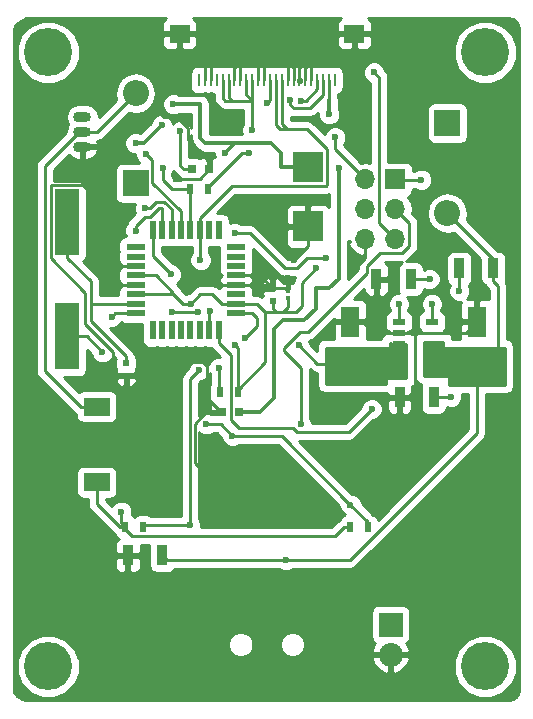
<source format=gtl>
G04 #@! TF.FileFunction,Copper,L1,Top,Signal*
%FSLAX46Y46*%
G04 Gerber Fmt 4.6, Leading zero omitted, Abs format (unit mm)*
G04 Created by KiCad (PCBNEW 4.0.7) date 2017 November 19, Sunday 17:56:15*
%MOMM*%
%LPD*%
G01*
G04 APERTURE LIST*
%ADD10C,0.100000*%
%ADD11C,4.064000*%
%ADD12R,0.500000X0.600000*%
%ADD13R,0.350000X0.300000*%
%ADD14R,0.800000X0.750000*%
%ADD15R,1.100000X0.600000*%
%ADD16R,2.032000X2.032000*%
%ADD17O,2.032000X2.032000*%
%ADD18R,0.900000X1.700000*%
%ADD19R,0.500000X0.900000*%
%ADD20R,2.100580X5.600700*%
%ADD21R,1.700000X1.700000*%
%ADD22O,1.700000X1.700000*%
%ADD23R,1.600000X2.600000*%
%ADD24R,1.600000X0.550000*%
%ADD25R,0.550000X1.600000*%
%ADD26R,2.500000X2.550000*%
%ADD27R,2.200000X2.200000*%
%ADD28O,2.200000X2.200000*%
%ADD29R,2.200000X1.500000*%
%ADD30O,1.501140X0.899160*%
%ADD31R,1.700000X1.500000*%
%ADD32R,0.250000X1.100000*%
%ADD33C,0.600000*%
%ADD34C,0.250000*%
%ADD35C,0.350000*%
%ADD36C,0.254000*%
G04 APERTURE END LIST*
D10*
D11*
X160000000Y-134000000D03*
X123000000Y-134000000D03*
X160000000Y-82000000D03*
D12*
X142000000Y-103100000D03*
X142000000Y-102000000D03*
D13*
X143300000Y-102800000D03*
X143300000Y-102250000D03*
D14*
X135150000Y-91900000D03*
X136650000Y-91900000D03*
X139200000Y-112500000D03*
X137700000Y-112500000D03*
D12*
X129600000Y-108300000D03*
X129600000Y-109400000D03*
D15*
X155500000Y-104800000D03*
X152700000Y-104800000D03*
X152700000Y-105750000D03*
X152700000Y-106700000D03*
X155500000Y-106700000D03*
D16*
X152000000Y-130460000D03*
D17*
X152000000Y-133000000D03*
D18*
X160700000Y-100300000D03*
X157800000Y-100300000D03*
X155650000Y-111200000D03*
X152750000Y-111200000D03*
X132650000Y-124600000D03*
X129750000Y-124600000D03*
X150800000Y-101200000D03*
X153700000Y-101200000D03*
D19*
X136500000Y-93600000D03*
X135000000Y-93600000D03*
X148550000Y-122200000D03*
X150050000Y-122200000D03*
X129550000Y-122200000D03*
X131050000Y-122200000D03*
X139050000Y-110800000D03*
X137550000Y-110800000D03*
D20*
X124600000Y-106048860D03*
X124600000Y-96351140D03*
D21*
X152400000Y-92760000D03*
D22*
X149860000Y-92760000D03*
X152400000Y-95300000D03*
X149860000Y-95300000D03*
X152400000Y-97840000D03*
X149860000Y-97840000D03*
D23*
X159300000Y-108400000D03*
X159300000Y-104800000D03*
X148600000Y-108400000D03*
X148600000Y-104800000D03*
D24*
X130400000Y-98500000D03*
X130400000Y-99300000D03*
X130400000Y-100100000D03*
X130400000Y-100900000D03*
X130400000Y-101700000D03*
X130400000Y-102500000D03*
X130400000Y-103300000D03*
X130400000Y-104100000D03*
D25*
X131850000Y-105550000D03*
X132650000Y-105550000D03*
X133450000Y-105550000D03*
X134250000Y-105550000D03*
X135050000Y-105550000D03*
X135850000Y-105550000D03*
X136650000Y-105550000D03*
X137450000Y-105550000D03*
D24*
X138900000Y-104100000D03*
X138900000Y-103300000D03*
X138900000Y-102500000D03*
X138900000Y-101700000D03*
X138900000Y-100900000D03*
X138900000Y-100100000D03*
X138900000Y-99300000D03*
X138900000Y-98500000D03*
D25*
X137450000Y-97050000D03*
X136650000Y-97050000D03*
X135850000Y-97050000D03*
X135050000Y-97050000D03*
X134250000Y-97050000D03*
X133450000Y-97050000D03*
X132650000Y-97050000D03*
X131850000Y-97050000D03*
D26*
X145000000Y-91700000D03*
X145000000Y-96750000D03*
D27*
X130400000Y-93100000D03*
D28*
X130400000Y-85480000D03*
D27*
X156800000Y-88000000D03*
D28*
X156800000Y-95620000D03*
D29*
X127100000Y-118400000D03*
X127100000Y-112000000D03*
D30*
X125900000Y-88730000D03*
X125900000Y-87460000D03*
X125900000Y-90000000D03*
D11*
X123000000Y-82000000D03*
D31*
X148925000Y-80450000D03*
X134125000Y-80450000D03*
D32*
X147275000Y-84350000D03*
X146775000Y-84350000D03*
X146275000Y-84350000D03*
X145775000Y-84350000D03*
X145275000Y-84350000D03*
X144775000Y-84350000D03*
X144275000Y-84350000D03*
X143775000Y-84350000D03*
X143275000Y-84350000D03*
X142775000Y-84350000D03*
X142275000Y-84350000D03*
X141775000Y-84350000D03*
X141275000Y-84350000D03*
X140775000Y-84350000D03*
X140275000Y-84350000D03*
X139775000Y-84350000D03*
X139275000Y-84350000D03*
X138775000Y-84350000D03*
X138275000Y-84350000D03*
X137775000Y-84350000D03*
X137275000Y-84350000D03*
X136775000Y-84350000D03*
X136275000Y-84350000D03*
X135775000Y-84350000D03*
D33*
X140300000Y-88600000D03*
X129200000Y-120900000D03*
X138800000Y-106800000D03*
X135100000Y-103300000D03*
X147300000Y-89200000D03*
X140000000Y-90500000D03*
X145700000Y-100300000D03*
X137500000Y-118800000D03*
X133806513Y-92706513D03*
X149000000Y-86600000D03*
X134900000Y-102000000D03*
X143300000Y-101100000D03*
X143800000Y-99600000D03*
X126300000Y-92400000D03*
X136500000Y-107500000D03*
X148700000Y-115800000D03*
X145500000Y-115100000D03*
X150000000Y-102800000D03*
X148600000Y-100700000D03*
X152700000Y-113100000D03*
X131800000Y-110900000D03*
X131000000Y-127700000D03*
X143100000Y-125000000D03*
X144200000Y-106800000D03*
X143500000Y-86000000D03*
X134200000Y-88700000D03*
X127600000Y-107400000D03*
X128400000Y-104400000D03*
X131200000Y-95200000D03*
X130400000Y-97100000D03*
X133400000Y-100800000D03*
X157800000Y-102200000D03*
X152700000Y-103300000D03*
X155300000Y-101200000D03*
X157100000Y-111200000D03*
X155500000Y-103300000D03*
X154600000Y-92800000D03*
X150400000Y-112200000D03*
X144400000Y-113500000D03*
X139700000Y-106200000D03*
X138800000Y-97300000D03*
X136700000Y-103935000D03*
X146500000Y-99400000D03*
X131300000Y-90600000D03*
X150600000Y-83700000D03*
X135900000Y-99600000D03*
X141500000Y-86300000D03*
X132700000Y-91800000D03*
X138600000Y-114500000D03*
X136400000Y-113500000D03*
X148600000Y-120300000D03*
X135800000Y-108900000D03*
X135000000Y-122000000D03*
X135700000Y-104000000D03*
X133500000Y-104000000D03*
X137500000Y-108700000D03*
X146800000Y-87265000D03*
X138000000Y-90500000D03*
X132600000Y-88200000D03*
X133600000Y-86400000D03*
X130400000Y-89700000D03*
X147600000Y-91800000D03*
X144400000Y-86100000D03*
D34*
X140275000Y-84350000D02*
X140275000Y-86075000D01*
X140275000Y-86075000D02*
X140300000Y-86100000D01*
X140300000Y-87300000D02*
X140300000Y-87100000D01*
X140300000Y-87100000D02*
X140300000Y-86100000D01*
X140300000Y-88600000D02*
X140300000Y-87100000D01*
X137775000Y-85875000D02*
X138000000Y-86100000D01*
X138000000Y-86100000D02*
X138600000Y-86100000D01*
X137775000Y-84350000D02*
X137775000Y-85875000D01*
X138275000Y-85775000D02*
X138600000Y-86100000D01*
X138600000Y-86100000D02*
X140300000Y-86100000D01*
X138275000Y-84350000D02*
X138275000Y-85775000D01*
X139775000Y-84350000D02*
X139775000Y-85575000D01*
X139775000Y-85575000D02*
X140300000Y-86100000D01*
X147300000Y-89200000D02*
X147300000Y-90200000D01*
X147300000Y-90200000D02*
X149860000Y-92760000D01*
X130400000Y-100900000D02*
X132100000Y-100900000D01*
X132100000Y-100900000D02*
X133600000Y-102400000D01*
X133600000Y-102400000D02*
X133600000Y-102500000D01*
X136900000Y-102500000D02*
X135900000Y-102500000D01*
X135900000Y-102500000D02*
X135100000Y-103300000D01*
X137700000Y-103300000D02*
X136900000Y-102500000D01*
X138900000Y-103300000D02*
X137700000Y-103300000D01*
X129200000Y-120900000D02*
X129200000Y-121850000D01*
X129200000Y-121850000D02*
X129550000Y-122200000D01*
X139050000Y-110800000D02*
X139050000Y-107050000D01*
X139050000Y-107050000D02*
X138800000Y-106800000D01*
X135100000Y-103300000D02*
X134400000Y-103300000D01*
X134400000Y-103300000D02*
X133600000Y-102500000D01*
X136500000Y-93600000D02*
X136500000Y-93400000D01*
X136500000Y-93400000D02*
X139400000Y-90500000D01*
X139400000Y-90500000D02*
X140000000Y-90500000D01*
X144500000Y-103500000D02*
X144500000Y-101500000D01*
X144500000Y-101500000D02*
X145700000Y-100300000D01*
X144000000Y-104000000D02*
X144500000Y-103500000D01*
X142900000Y-104000000D02*
X144000000Y-104000000D01*
X139050000Y-110800000D02*
X139050000Y-110600000D01*
X139050000Y-110600000D02*
X141400000Y-108250000D01*
X141400000Y-108250000D02*
X141400000Y-104000000D01*
X129550000Y-122200000D02*
X129550000Y-122400000D01*
X147264999Y-122985001D02*
X148050000Y-122200000D01*
X129550000Y-122400000D02*
X130135001Y-122985001D01*
X130135001Y-122985001D02*
X147264999Y-122985001D01*
X148050000Y-122200000D02*
X148550000Y-122200000D01*
X138900000Y-103300000D02*
X140700000Y-103300000D01*
X140700000Y-103300000D02*
X141400000Y-104000000D01*
X141400000Y-104000000D02*
X142300000Y-104000000D01*
X142300000Y-104000000D02*
X142000000Y-103700000D01*
X142000000Y-103700000D02*
X142000000Y-103100000D01*
X142900000Y-104000000D02*
X142300000Y-104000000D01*
X143300000Y-103600000D02*
X142900000Y-104000000D01*
X143300000Y-102800000D02*
X143300000Y-103600000D01*
X130400000Y-102500000D02*
X133600000Y-102500000D01*
X127100000Y-118400000D02*
X127100000Y-120250000D01*
X127100000Y-120250000D02*
X129050000Y-122200000D01*
X129050000Y-122200000D02*
X129550000Y-122200000D01*
X149000000Y-86600000D02*
X149000000Y-80525000D01*
X149000000Y-80525000D02*
X148925000Y-80450000D01*
X148925000Y-80450000D02*
X145300000Y-80450000D01*
X145300000Y-80450000D02*
X144800000Y-80450000D01*
X145275000Y-84350000D02*
X145275000Y-80475000D01*
X145275000Y-80475000D02*
X145300000Y-80450000D01*
X144800000Y-80450000D02*
X144200000Y-80450000D01*
X144775000Y-84350000D02*
X144775000Y-80475000D01*
X144775000Y-80475000D02*
X144800000Y-80450000D01*
X144200000Y-80450000D02*
X143800000Y-80450000D01*
X144275000Y-84350000D02*
X144275000Y-80525000D01*
X144275000Y-80525000D02*
X144200000Y-80450000D01*
X143800000Y-80450000D02*
X143300000Y-80450000D01*
X143775000Y-84350000D02*
X143775000Y-80475000D01*
X143775000Y-80475000D02*
X143800000Y-80450000D01*
X143300000Y-80450000D02*
X141300000Y-80450000D01*
X143275000Y-84350000D02*
X143275000Y-80475000D01*
X143275000Y-80475000D02*
X143300000Y-80450000D01*
X141300000Y-80450000D02*
X140700000Y-80450000D01*
X141275000Y-84350000D02*
X141275000Y-80475000D01*
X141275000Y-80475000D02*
X141300000Y-80450000D01*
X140700000Y-80450000D02*
X139300000Y-80450000D01*
X140775000Y-84350000D02*
X140775000Y-80525000D01*
X140775000Y-80525000D02*
X140700000Y-80450000D01*
X138800000Y-80450000D02*
X136700000Y-80450000D01*
X136700000Y-80450000D02*
X136300000Y-80450000D01*
X136775000Y-84350000D02*
X136775000Y-80525000D01*
X136775000Y-80525000D02*
X136700000Y-80450000D01*
X136300000Y-80450000D02*
X134125000Y-80450000D01*
X136275000Y-84350000D02*
X136275000Y-80475000D01*
X136275000Y-80475000D02*
X136300000Y-80450000D01*
X139300000Y-80450000D02*
X138800000Y-80450000D01*
X139275000Y-84350000D02*
X139275000Y-80475000D01*
X139275000Y-80475000D02*
X139300000Y-80450000D01*
X138775000Y-84350000D02*
X138775000Y-80475000D01*
X138775000Y-80475000D02*
X138800000Y-80450000D01*
X132400000Y-80800000D02*
X132750000Y-80450000D01*
X132750000Y-80450000D02*
X134125000Y-80450000D01*
X128100000Y-100400000D02*
X128100000Y-95397498D01*
X128100000Y-95397498D02*
X125918291Y-93215789D01*
X125918291Y-93215789D02*
X123281709Y-93215789D01*
X123281709Y-93215789D02*
X123214709Y-93282789D01*
X123214709Y-93282789D02*
X123214709Y-99419491D01*
X123214709Y-99419491D02*
X126139991Y-102344773D01*
X126139991Y-102344773D02*
X126139991Y-105000189D01*
X126139991Y-105000189D02*
X128500000Y-107360198D01*
X128500000Y-107360198D02*
X128500000Y-109300000D01*
X128500000Y-109300000D02*
X128600000Y-109400000D01*
X128600000Y-109400000D02*
X129600000Y-109400000D01*
X152700000Y-105750000D02*
X154100000Y-105750000D01*
X154100000Y-105750000D02*
X158350000Y-105750000D01*
X154100000Y-110550000D02*
X154100000Y-105750000D01*
X152750000Y-111200000D02*
X153450000Y-111200000D01*
X153450000Y-111200000D02*
X154100000Y-110550000D01*
X135460010Y-116760010D02*
X137500000Y-118800000D01*
X137700000Y-112500000D02*
X136400000Y-112500000D01*
X136400000Y-112500000D02*
X135460010Y-113439990D01*
X135460010Y-113439990D02*
X135460010Y-116760010D01*
X136650000Y-91900000D02*
X136625000Y-91900000D01*
X136625000Y-91900000D02*
X135818487Y-92706513D01*
X135818487Y-92706513D02*
X135721489Y-92706513D01*
X135721489Y-92706513D02*
X133806513Y-92706513D01*
X129600000Y-109350000D02*
X129600000Y-109400000D01*
X130400000Y-100100000D02*
X128400000Y-100100000D01*
X128400000Y-100100000D02*
X128100000Y-100400000D01*
X128100000Y-100400000D02*
X128100000Y-101400000D01*
X128100000Y-101400000D02*
X128400000Y-101700000D01*
X128400000Y-101700000D02*
X130400000Y-101700000D01*
X138900000Y-101700000D02*
X135200000Y-101700000D01*
X135200000Y-101700000D02*
X134900000Y-102000000D01*
X143300000Y-102250000D02*
X143300000Y-101100000D01*
X145000000Y-96750000D02*
X145000000Y-98400000D01*
X145000000Y-98400000D02*
X143800000Y-99600000D01*
X136650000Y-91900000D02*
X136650000Y-91275000D01*
X136650000Y-91275000D02*
X134835001Y-89460001D01*
X134835001Y-89460001D02*
X134835001Y-88395199D01*
X134835001Y-88395199D02*
X133939802Y-87500000D01*
X133939802Y-87500000D02*
X132800000Y-87500000D01*
X132800000Y-87500000D02*
X132400000Y-87100000D01*
X132400000Y-87100000D02*
X132400000Y-80800000D01*
X126300000Y-92400000D02*
X125900000Y-92000000D01*
X125900000Y-92000000D02*
X125900000Y-90000000D01*
X138900000Y-100900000D02*
X140900000Y-100900000D01*
X140900000Y-100900000D02*
X141700000Y-101700000D01*
X142000000Y-102000000D02*
X143050000Y-102000000D01*
X143050000Y-102000000D02*
X143300000Y-102250000D01*
X138900000Y-101700000D02*
X141700000Y-101700000D01*
X141700000Y-101700000D02*
X142000000Y-102000000D01*
X131235001Y-108264999D02*
X135000000Y-108264999D01*
X135000000Y-108264999D02*
X136104801Y-108264999D01*
X136500000Y-107500000D02*
X136500000Y-107924264D01*
X136500000Y-107924264D02*
X136159265Y-108264999D01*
X136159265Y-108264999D02*
X135000000Y-108264999D01*
X145500000Y-115100000D02*
X146200000Y-115800000D01*
X146200000Y-115800000D02*
X148700000Y-115800000D01*
X150000000Y-102800000D02*
X150000000Y-104450000D01*
X150000000Y-104450000D02*
X149650000Y-104800000D01*
X149650000Y-104800000D02*
X148600000Y-104800000D01*
X149860000Y-97840000D02*
X149860000Y-99440000D01*
X149860000Y-99440000D02*
X148600000Y-100700000D01*
X150800000Y-101200000D02*
X150800000Y-103650000D01*
X150800000Y-103650000D02*
X149650000Y-104800000D01*
X158350000Y-105750000D02*
X159300000Y-104800000D01*
X149650000Y-104800000D02*
X150600000Y-105750000D01*
X150600000Y-105750000D02*
X151900000Y-105750000D01*
X151900000Y-105750000D02*
X152700000Y-105750000D01*
X152700000Y-113100000D02*
X152700000Y-111250000D01*
X152700000Y-111250000D02*
X152750000Y-111200000D01*
X129600000Y-109400000D02*
X130300000Y-109400000D01*
X130300000Y-109400000D02*
X131800000Y-110900000D01*
X129600000Y-109400000D02*
X130100000Y-109400000D01*
X130100000Y-109400000D02*
X131235001Y-108264999D01*
X136104801Y-108264999D02*
X136435001Y-108595199D01*
X136435001Y-108595199D02*
X136435001Y-111260001D01*
X136435001Y-111260001D02*
X137675000Y-112500000D01*
X137675000Y-112500000D02*
X137700000Y-112500000D01*
X131000000Y-127700000D02*
X130575736Y-127700000D01*
X130575736Y-127700000D02*
X129750000Y-126874264D01*
X129750000Y-126874264D02*
X129750000Y-125700000D01*
X129750000Y-125700000D02*
X129750000Y-124600000D01*
X156850000Y-108600000D02*
X157050000Y-108400000D01*
X157050000Y-108400000D02*
X159300000Y-108400000D01*
X155500000Y-106700000D02*
X155500000Y-107250000D01*
X155500000Y-107250000D02*
X156850000Y-108600000D01*
X159300000Y-108400000D02*
X159300000Y-114253002D01*
X159300000Y-114253002D02*
X148553002Y-125000000D01*
X148553002Y-125000000D02*
X143524264Y-125000000D01*
X143524264Y-125000000D02*
X143100000Y-125000000D01*
X156800000Y-95620000D02*
X160700000Y-99520000D01*
X160700000Y-99520000D02*
X160700000Y-100300000D01*
X161100000Y-101800000D02*
X161100000Y-107200000D01*
X160700000Y-100300000D02*
X160700000Y-101400000D01*
X160700000Y-101400000D02*
X161100000Y-101800000D01*
X143100000Y-125000000D02*
X133050000Y-125000000D01*
X133050000Y-125000000D02*
X132650000Y-124600000D01*
X148600000Y-108400000D02*
X152000000Y-108400000D01*
X152000000Y-108400000D02*
X152700000Y-107700000D01*
X152700000Y-107700000D02*
X152700000Y-106700000D01*
X148600000Y-108400000D02*
X145800000Y-108400000D01*
X145800000Y-108400000D02*
X144200000Y-106800000D01*
X143500000Y-86000000D02*
X143500000Y-86424264D01*
X143500000Y-86424264D02*
X143810737Y-86735001D01*
X146275000Y-85625000D02*
X146275000Y-85150000D01*
X143810737Y-86735001D02*
X145164999Y-86735001D01*
X145164999Y-86735001D02*
X146275000Y-85625000D01*
X146275000Y-85150000D02*
X146275000Y-84350000D01*
X134200000Y-89900000D02*
X134200000Y-88700000D01*
X134200000Y-91600000D02*
X134500000Y-91900000D01*
X134500000Y-91900000D02*
X135150000Y-91900000D01*
X134200000Y-89900000D02*
X134200000Y-91600000D01*
X126600000Y-104750000D02*
X126600000Y-103300000D01*
X126600000Y-103300000D02*
X126600000Y-101401490D01*
X130400000Y-103300000D02*
X128560198Y-103300000D01*
X128560198Y-103300000D02*
X126600000Y-103300000D01*
X126600000Y-101401490D02*
X124600000Y-99401490D01*
X124600000Y-99401490D02*
X124600000Y-96351140D01*
X129600000Y-108300000D02*
X129600000Y-107750000D01*
X129600000Y-107750000D02*
X126600000Y-104750000D01*
X129600000Y-108300000D02*
X129600000Y-108250000D01*
X127600000Y-107400000D02*
X126248860Y-106048860D01*
X126248860Y-106048860D02*
X124600000Y-106048860D01*
X130400000Y-104100000D02*
X128700000Y-104100000D01*
X128700000Y-104100000D02*
X128400000Y-104400000D01*
X131200000Y-95200000D02*
X131649448Y-95200000D01*
X131649448Y-95200000D02*
X132159458Y-94689990D01*
X132159458Y-94689990D02*
X132840542Y-94689990D01*
X132840542Y-94689990D02*
X133450000Y-95299448D01*
X133450000Y-95299448D02*
X133450000Y-96000000D01*
X133450000Y-96000000D02*
X133450000Y-97050000D01*
X132350000Y-95150000D02*
X131585001Y-95914999D01*
X131585001Y-95914999D02*
X131160737Y-95914999D01*
X131160737Y-95914999D02*
X130400000Y-96675736D01*
X130400000Y-96675736D02*
X130400000Y-97100000D01*
X132650000Y-95150000D02*
X132350000Y-95150000D01*
X132650000Y-97050000D02*
X132650000Y-95150000D01*
X131850000Y-97050000D02*
X131850000Y-99250000D01*
X131850000Y-99250000D02*
X133400000Y-100800000D01*
X157800000Y-102200000D02*
X157800000Y-100300000D01*
X152700000Y-103300000D02*
X152700000Y-104800000D01*
X155300000Y-101200000D02*
X153700000Y-101200000D01*
X122700000Y-108950000D02*
X122700000Y-91629010D01*
X122700000Y-91629010D02*
X125599010Y-88730000D01*
X125599010Y-88730000D02*
X125900000Y-88730000D01*
X127100000Y-112000000D02*
X125750000Y-112000000D01*
X125750000Y-112000000D02*
X122700000Y-108950000D01*
X125900000Y-88730000D02*
X127150000Y-88730000D01*
X127150000Y-88730000D02*
X130400000Y-85480000D01*
X157100000Y-111200000D02*
X155650000Y-111200000D01*
X155500000Y-104800000D02*
X155500000Y-103300000D01*
X154600000Y-92800000D02*
X152440000Y-92800000D01*
X152440000Y-92800000D02*
X152400000Y-92760000D01*
X137450000Y-105550000D02*
X137450000Y-106600000D01*
X137450000Y-106600000D02*
X138464999Y-107614999D01*
X138464999Y-107614999D02*
X138464999Y-113143001D01*
X138464999Y-113143001D02*
X139126799Y-113804801D01*
X139126799Y-113804801D02*
X143764999Y-113804801D01*
X143764999Y-113804801D02*
X144095199Y-114135001D01*
X148464999Y-114135001D02*
X150400000Y-112200000D01*
X144095199Y-114135001D02*
X148464999Y-114135001D01*
X144360198Y-105700000D02*
X144996998Y-105700000D01*
X151071997Y-99025001D02*
X152968801Y-99025001D01*
X144996998Y-105700000D02*
X150014999Y-100681999D01*
X153585001Y-96485001D02*
X153249999Y-96149999D01*
X150014999Y-100681999D02*
X150014999Y-100081999D01*
X150014999Y-100081999D02*
X151071997Y-99025001D01*
X152968801Y-99025001D02*
X153585001Y-98408801D01*
X153585001Y-98408801D02*
X153585001Y-96485001D01*
X153249999Y-96149999D02*
X152400000Y-95300000D01*
X143000000Y-107300000D02*
X143000000Y-107060198D01*
X143000000Y-107060198D02*
X144360198Y-105700000D01*
X144400000Y-108700000D02*
X143000000Y-107300000D01*
X144400000Y-113500000D02*
X144400000Y-108700000D01*
X140700000Y-104500000D02*
X140700000Y-105200000D01*
X140700000Y-105200000D02*
X139700000Y-106200000D01*
X140300000Y-104100000D02*
X140700000Y-104500000D01*
X139425000Y-104100000D02*
X140300000Y-104100000D01*
X138900000Y-104100000D02*
X139425000Y-104100000D01*
X138800000Y-97300000D02*
X140100000Y-97300000D01*
X140100000Y-97300000D02*
X143035001Y-100235001D01*
X143035001Y-100235001D02*
X144104801Y-100235001D01*
X144104801Y-100235001D02*
X144939802Y-99400000D01*
X144939802Y-99400000D02*
X146500000Y-99400000D01*
X136650000Y-105550000D02*
X136650000Y-103985000D01*
X136650000Y-103985000D02*
X136700000Y-103935000D01*
X131300000Y-90600000D02*
X131835001Y-91135001D01*
X131835001Y-91135001D02*
X131835001Y-93033897D01*
X134250000Y-96000000D02*
X134250000Y-97050000D01*
X131835001Y-93033897D02*
X134250000Y-95448896D01*
X134250000Y-95448896D02*
X134250000Y-96000000D01*
X151045001Y-84145001D02*
X150600000Y-83700000D01*
X152400000Y-97840000D02*
X151045001Y-96485001D01*
X151045001Y-96485001D02*
X151045001Y-84145001D01*
X142600000Y-88500000D02*
X143200000Y-88500000D01*
X142275000Y-84350000D02*
X142275000Y-88175000D01*
X142275000Y-88175000D02*
X142600000Y-88500000D01*
X143200000Y-88500000D02*
X144928002Y-88500000D01*
X142775000Y-84350000D02*
X142775000Y-88075000D01*
X142775000Y-88075000D02*
X143200000Y-88500000D01*
X146585001Y-90156999D02*
X146585001Y-93243001D01*
X146585001Y-93243001D02*
X146518001Y-93310001D01*
X144928002Y-88500000D02*
X146585001Y-90156999D01*
X146518001Y-93310001D02*
X138539999Y-93310001D01*
X138539999Y-93310001D02*
X135850000Y-96000000D01*
X135850000Y-96000000D02*
X135850000Y-97050000D01*
X135900000Y-99600000D02*
X135900000Y-97100000D01*
X135900000Y-97100000D02*
X135850000Y-97050000D01*
X141500000Y-86300000D02*
X141775000Y-86025000D01*
X141775000Y-86025000D02*
X141775000Y-84350000D01*
X132700000Y-91800000D02*
X132700000Y-92800000D01*
X132700000Y-92800000D02*
X133500000Y-93600000D01*
X133500000Y-93600000D02*
X135000000Y-93600000D01*
X134900000Y-93500000D02*
X135000000Y-93600000D01*
X135050000Y-95050000D02*
X135000000Y-95000000D01*
X135000000Y-95000000D02*
X135000000Y-93600000D01*
X135050000Y-97050000D02*
X135050000Y-95050000D01*
X138600000Y-114500000D02*
X142800000Y-114500000D01*
X142800000Y-114500000D02*
X148600000Y-120300000D01*
X137600000Y-113500000D02*
X138600000Y-114500000D01*
X136400000Y-113500000D02*
X137600000Y-113500000D01*
X148600000Y-120300000D02*
X150050000Y-121750000D01*
X150050000Y-121750000D02*
X150050000Y-122200000D01*
X135800000Y-108900000D02*
X135000000Y-109700000D01*
X135000000Y-109700000D02*
X135000000Y-122000000D01*
X135000000Y-122000000D02*
X131250000Y-122000000D01*
X131250000Y-122000000D02*
X131050000Y-122200000D01*
X133500000Y-104000000D02*
X135700000Y-104000000D01*
X137500000Y-108700000D02*
X137500000Y-110750000D01*
X137500000Y-110750000D02*
X137550000Y-110800000D01*
X146800000Y-86000000D02*
X146775000Y-85975000D01*
X146775000Y-85975000D02*
X146775000Y-84350000D01*
D35*
X146800000Y-87265000D02*
X146800000Y-86000000D01*
D34*
X146775000Y-87240000D02*
X146800000Y-87265000D01*
D35*
X136300000Y-89700000D02*
X138800000Y-89700000D01*
X138800000Y-89700000D02*
X141900000Y-89700000D01*
X138000000Y-90500000D02*
X138800000Y-89700000D01*
X132600000Y-88200000D02*
X131100000Y-89700000D01*
X131100000Y-89700000D02*
X130400000Y-89700000D01*
X135900000Y-86400000D02*
X133600000Y-86400000D01*
X145000000Y-91700000D02*
X142700000Y-91700000D01*
X141900000Y-89700000D02*
X142700000Y-90500000D01*
X142700000Y-90500000D02*
X142700000Y-91700000D01*
X135900000Y-89300000D02*
X136300000Y-89700000D01*
X135900000Y-88600000D02*
X135900000Y-89300000D01*
X135900000Y-88600000D02*
X135900000Y-87739802D01*
X135900000Y-87739802D02*
X135900000Y-86400000D01*
X146800000Y-102000000D02*
X147600000Y-101200000D01*
X147600000Y-101200000D02*
X147600000Y-98800000D01*
X145700000Y-102000000D02*
X146800000Y-102000000D01*
X142850552Y-104700000D02*
X144700000Y-104700000D01*
X140900000Y-112500000D02*
X142100000Y-111300000D01*
X142100000Y-111300000D02*
X142100000Y-108975000D01*
X139200000Y-112500000D02*
X140900000Y-112500000D01*
D34*
X144600000Y-91700000D02*
X145000000Y-91700000D01*
D35*
X147600000Y-98800000D02*
X147600000Y-91800000D01*
X145700000Y-103700000D02*
X145700000Y-102000000D01*
X144700000Y-104700000D02*
X145700000Y-103700000D01*
X142100000Y-108975000D02*
X142100000Y-105450552D01*
X142100000Y-105450552D02*
X142850552Y-104700000D01*
D34*
X145775000Y-84350000D02*
X145775000Y-85150000D01*
X145775000Y-85150000D02*
X144825000Y-86100000D01*
X144825000Y-86100000D02*
X144400000Y-86100000D01*
D36*
G36*
X156473000Y-106900000D02*
X156483006Y-106949410D01*
X156511447Y-106991035D01*
X156553841Y-107018315D01*
X156600000Y-107027000D01*
X161673000Y-107027000D01*
X161673000Y-110173000D01*
X156927000Y-110173000D01*
X156927000Y-109500000D01*
X156916994Y-109450590D01*
X156888553Y-109408965D01*
X156846159Y-109381685D01*
X156800000Y-109373000D01*
X154860000Y-109373000D01*
X154860000Y-106510000D01*
X156473000Y-106510000D01*
X156473000Y-106900000D01*
X156473000Y-106900000D01*
G37*
X156473000Y-106900000D02*
X156483006Y-106949410D01*
X156511447Y-106991035D01*
X156553841Y-107018315D01*
X156600000Y-107027000D01*
X161673000Y-107027000D01*
X161673000Y-110173000D01*
X156927000Y-110173000D01*
X156927000Y-109500000D01*
X156916994Y-109450590D01*
X156888553Y-109408965D01*
X156846159Y-109381685D01*
X156800000Y-109373000D01*
X154860000Y-109373000D01*
X154860000Y-106510000D01*
X156473000Y-106510000D01*
X156473000Y-106900000D01*
G36*
X152150000Y-106697440D02*
X153250000Y-106697440D01*
X153340000Y-106680505D01*
X153340000Y-109573000D01*
X151700000Y-109573000D01*
X151650590Y-109583006D01*
X151608965Y-109611447D01*
X151581685Y-109653841D01*
X151573000Y-109700000D01*
X151573000Y-110073000D01*
X146527000Y-110073000D01*
X146527000Y-107027000D01*
X151800000Y-107027000D01*
X151849410Y-107016994D01*
X151891035Y-106988553D01*
X151918315Y-106946159D01*
X151927000Y-106900000D01*
X151927000Y-106652281D01*
X152150000Y-106697440D01*
X152150000Y-106697440D01*
G37*
X152150000Y-106697440D02*
X153250000Y-106697440D01*
X153340000Y-106680505D01*
X153340000Y-109573000D01*
X151700000Y-109573000D01*
X151650590Y-109583006D01*
X151608965Y-109611447D01*
X151581685Y-109653841D01*
X151573000Y-109700000D01*
X151573000Y-110073000D01*
X146527000Y-110073000D01*
X146527000Y-107027000D01*
X151800000Y-107027000D01*
X151849410Y-107016994D01*
X151891035Y-106988553D01*
X151918315Y-106946159D01*
X151927000Y-106900000D01*
X151927000Y-106652281D01*
X152150000Y-106697440D01*
G36*
X132915302Y-79161673D02*
X132736673Y-79340301D01*
X132640000Y-79573690D01*
X132640000Y-80164250D01*
X132798750Y-80323000D01*
X133998000Y-80323000D01*
X133998000Y-80303000D01*
X134252000Y-80303000D01*
X134252000Y-80323000D01*
X135451250Y-80323000D01*
X135610000Y-80164250D01*
X135610000Y-79573690D01*
X135513327Y-79340301D01*
X135334698Y-79161673D01*
X135250990Y-79127000D01*
X147799010Y-79127000D01*
X147715302Y-79161673D01*
X147536673Y-79340301D01*
X147440000Y-79573690D01*
X147440000Y-80164250D01*
X147598750Y-80323000D01*
X148798000Y-80323000D01*
X148798000Y-80303000D01*
X149052000Y-80303000D01*
X149052000Y-80323000D01*
X150251250Y-80323000D01*
X150410000Y-80164250D01*
X150410000Y-79573690D01*
X150313327Y-79340301D01*
X150134698Y-79161673D01*
X150050990Y-79127000D01*
X161887423Y-79127000D01*
X162346846Y-79218885D01*
X162699816Y-79483612D01*
X162778801Y-79641582D01*
X162873000Y-80112577D01*
X162873000Y-135984366D01*
X162782127Y-136347857D01*
X162608419Y-136608419D01*
X162347857Y-136782127D01*
X161984366Y-136873000D01*
X121115634Y-136873000D01*
X120755683Y-136783012D01*
X120390714Y-136509286D01*
X120127000Y-136157667D01*
X120127000Y-134528172D01*
X120332538Y-134528172D01*
X120737709Y-135508761D01*
X121487293Y-136259655D01*
X122467173Y-136666536D01*
X123528172Y-136667462D01*
X124508761Y-136262291D01*
X125259655Y-135512707D01*
X125666536Y-134532827D01*
X125667462Y-133471828D01*
X125630736Y-133382944D01*
X150394025Y-133382944D01*
X150593615Y-133864818D01*
X151031621Y-134337188D01*
X151617054Y-134605983D01*
X151873000Y-134487367D01*
X151873000Y-133127000D01*
X152127000Y-133127000D01*
X152127000Y-134487367D01*
X152382946Y-134605983D01*
X152552417Y-134528172D01*
X157332538Y-134528172D01*
X157737709Y-135508761D01*
X158487293Y-136259655D01*
X159467173Y-136666536D01*
X160528172Y-136667462D01*
X161508761Y-136262291D01*
X162259655Y-135512707D01*
X162666536Y-134532827D01*
X162667462Y-133471828D01*
X162262291Y-132491239D01*
X161512707Y-131740345D01*
X160532827Y-131333464D01*
X159471828Y-131332538D01*
X158491239Y-131737709D01*
X157740345Y-132487293D01*
X157333464Y-133467173D01*
X157332538Y-134528172D01*
X152552417Y-134528172D01*
X152968379Y-134337188D01*
X153406385Y-133864818D01*
X153605975Y-133382944D01*
X153486836Y-133127000D01*
X152127000Y-133127000D01*
X151873000Y-133127000D01*
X150513164Y-133127000D01*
X150394025Y-133382944D01*
X125630736Y-133382944D01*
X125262291Y-132491239D01*
X125135165Y-132363890D01*
X138215592Y-132363890D01*
X138380362Y-132762663D01*
X138685193Y-133068026D01*
X139083677Y-133233491D01*
X139515150Y-133233868D01*
X139913923Y-133069098D01*
X140219286Y-132764267D01*
X140384751Y-132365783D01*
X140384752Y-132363890D01*
X142614872Y-132363890D01*
X142779642Y-132762663D01*
X143084473Y-133068026D01*
X143482957Y-133233491D01*
X143914430Y-133233868D01*
X144313203Y-133069098D01*
X144618566Y-132764267D01*
X144784031Y-132365783D01*
X144784408Y-131934310D01*
X144619638Y-131535537D01*
X144314807Y-131230174D01*
X143916323Y-131064709D01*
X143484850Y-131064332D01*
X143086077Y-131229102D01*
X142780714Y-131533933D01*
X142615249Y-131932417D01*
X142614872Y-132363890D01*
X140384752Y-132363890D01*
X140385128Y-131934310D01*
X140220358Y-131535537D01*
X139915527Y-131230174D01*
X139517043Y-131064709D01*
X139085570Y-131064332D01*
X138686797Y-131229102D01*
X138381434Y-131533933D01*
X138215969Y-131932417D01*
X138215592Y-132363890D01*
X125135165Y-132363890D01*
X124512707Y-131740345D01*
X123532827Y-131333464D01*
X122471828Y-131332538D01*
X121491239Y-131737709D01*
X120740345Y-132487293D01*
X120333464Y-133467173D01*
X120332538Y-134528172D01*
X120127000Y-134528172D01*
X120127000Y-129444000D01*
X150336560Y-129444000D01*
X150336560Y-131476000D01*
X150380838Y-131711317D01*
X150519910Y-131927441D01*
X150682948Y-132038840D01*
X150593615Y-132135182D01*
X150394025Y-132617056D01*
X150513164Y-132873000D01*
X151873000Y-132873000D01*
X151873000Y-132853000D01*
X152127000Y-132853000D01*
X152127000Y-132873000D01*
X153486836Y-132873000D01*
X153605975Y-132617056D01*
X153406385Y-132135182D01*
X153315903Y-132037602D01*
X153467441Y-131940090D01*
X153612431Y-131727890D01*
X153663440Y-131476000D01*
X153663440Y-129444000D01*
X153619162Y-129208683D01*
X153480090Y-128992559D01*
X153267890Y-128847569D01*
X153016000Y-128796560D01*
X150984000Y-128796560D01*
X150748683Y-128840838D01*
X150532559Y-128979910D01*
X150387569Y-129192110D01*
X150336560Y-129444000D01*
X120127000Y-129444000D01*
X120127000Y-124885750D01*
X128665000Y-124885750D01*
X128665000Y-125576310D01*
X128761673Y-125809699D01*
X128940302Y-125988327D01*
X129173691Y-126085000D01*
X129464250Y-126085000D01*
X129623000Y-125926250D01*
X129623000Y-124727000D01*
X129877000Y-124727000D01*
X129877000Y-125926250D01*
X130035750Y-126085000D01*
X130326309Y-126085000D01*
X130559698Y-125988327D01*
X130738327Y-125809699D01*
X130835000Y-125576310D01*
X130835000Y-124885750D01*
X130676250Y-124727000D01*
X129877000Y-124727000D01*
X129623000Y-124727000D01*
X128823750Y-124727000D01*
X128665000Y-124885750D01*
X120127000Y-124885750D01*
X120127000Y-91629010D01*
X121940000Y-91629010D01*
X121940000Y-108950000D01*
X121997852Y-109240839D01*
X122162599Y-109487401D01*
X125212599Y-112537401D01*
X125352560Y-112630920D01*
X125352560Y-112750000D01*
X125396838Y-112985317D01*
X125535910Y-113201441D01*
X125748110Y-113346431D01*
X126000000Y-113397440D01*
X128200000Y-113397440D01*
X128435317Y-113353162D01*
X128651441Y-113214090D01*
X128796431Y-113001890D01*
X128847440Y-112750000D01*
X128847440Y-111250000D01*
X128803162Y-111014683D01*
X128664090Y-110798559D01*
X128451890Y-110653569D01*
X128200000Y-110602560D01*
X126000000Y-110602560D01*
X125764683Y-110646838D01*
X125586377Y-110761575D01*
X124510552Y-109685750D01*
X128715000Y-109685750D01*
X128715000Y-109826309D01*
X128811673Y-110059698D01*
X128990301Y-110238327D01*
X129223690Y-110335000D01*
X129316250Y-110335000D01*
X129475000Y-110176250D01*
X129475000Y-109527000D01*
X129725000Y-109527000D01*
X129725000Y-110176250D01*
X129883750Y-110335000D01*
X129976310Y-110335000D01*
X130209699Y-110238327D01*
X130388327Y-110059698D01*
X130485000Y-109826309D01*
X130485000Y-109685750D01*
X130326250Y-109527000D01*
X129725000Y-109527000D01*
X129475000Y-109527000D01*
X128873750Y-109527000D01*
X128715000Y-109685750D01*
X124510552Y-109685750D01*
X124321452Y-109496650D01*
X125650290Y-109496650D01*
X125885607Y-109452372D01*
X126101731Y-109313300D01*
X126246721Y-109101100D01*
X126297730Y-108849210D01*
X126297730Y-107172532D01*
X126664878Y-107539680D01*
X126664838Y-107585167D01*
X126806883Y-107928943D01*
X127069673Y-108192192D01*
X127413201Y-108334838D01*
X127785167Y-108335162D01*
X128128943Y-108193117D01*
X128392192Y-107930327D01*
X128484126Y-107708928D01*
X128714792Y-107939594D01*
X128702560Y-108000000D01*
X128702560Y-108600000D01*
X128746838Y-108835317D01*
X128762339Y-108859406D01*
X128715000Y-108973691D01*
X128715000Y-109114250D01*
X128873750Y-109273000D01*
X129475000Y-109273000D01*
X129475000Y-109253000D01*
X129725000Y-109253000D01*
X129725000Y-109273000D01*
X130326250Y-109273000D01*
X130485000Y-109114250D01*
X130485000Y-108973691D01*
X130439033Y-108862717D01*
X130446431Y-108851890D01*
X130497440Y-108600000D01*
X130497440Y-108000000D01*
X130453162Y-107764683D01*
X130322544Y-107561697D01*
X130302148Y-107459161D01*
X130137401Y-107212599D01*
X128259680Y-105334878D01*
X128585167Y-105335162D01*
X128928943Y-105193117D01*
X129192192Y-104930327D01*
X129213356Y-104879358D01*
X129348110Y-104971431D01*
X129600000Y-105022440D01*
X130927560Y-105022440D01*
X130927560Y-106350000D01*
X130971838Y-106585317D01*
X131110910Y-106801441D01*
X131323110Y-106946431D01*
X131575000Y-106997440D01*
X132125000Y-106997440D01*
X132254589Y-106973056D01*
X132375000Y-106997440D01*
X132925000Y-106997440D01*
X133054589Y-106973056D01*
X133175000Y-106997440D01*
X133725000Y-106997440D01*
X133854589Y-106973056D01*
X133975000Y-106997440D01*
X134525000Y-106997440D01*
X134654589Y-106973056D01*
X134775000Y-106997440D01*
X135325000Y-106997440D01*
X135454589Y-106973056D01*
X135575000Y-106997440D01*
X136125000Y-106997440D01*
X136254589Y-106973056D01*
X136375000Y-106997440D01*
X136819080Y-106997440D01*
X136912599Y-107137401D01*
X137540232Y-107765034D01*
X137314833Y-107764838D01*
X136971057Y-107906883D01*
X136707808Y-108169673D01*
X136608613Y-108408560D01*
X136593117Y-108371057D01*
X136330327Y-108107808D01*
X135986799Y-107965162D01*
X135614833Y-107964838D01*
X135271057Y-108106883D01*
X135007808Y-108369673D01*
X134865162Y-108713201D01*
X134865121Y-108760077D01*
X134462599Y-109162599D01*
X134297852Y-109409161D01*
X134240000Y-109700000D01*
X134240000Y-121240000D01*
X131678386Y-121240000D01*
X131551890Y-121153569D01*
X131300000Y-121102560D01*
X130800000Y-121102560D01*
X130564683Y-121146838D01*
X130348559Y-121285910D01*
X130300866Y-121355711D01*
X130264090Y-121298559D01*
X130094908Y-121182962D01*
X130134838Y-121086799D01*
X130135162Y-120714833D01*
X129993117Y-120371057D01*
X129730327Y-120107808D01*
X129386799Y-119965162D01*
X129014833Y-119964838D01*
X128671057Y-120106883D01*
X128407808Y-120369673D01*
X128374556Y-120449754D01*
X127860000Y-119935198D01*
X127860000Y-119797440D01*
X128200000Y-119797440D01*
X128435317Y-119753162D01*
X128651441Y-119614090D01*
X128796431Y-119401890D01*
X128847440Y-119150000D01*
X128847440Y-117650000D01*
X128803162Y-117414683D01*
X128664090Y-117198559D01*
X128451890Y-117053569D01*
X128200000Y-117002560D01*
X126000000Y-117002560D01*
X125764683Y-117046838D01*
X125548559Y-117185910D01*
X125403569Y-117398110D01*
X125352560Y-117650000D01*
X125352560Y-119150000D01*
X125396838Y-119385317D01*
X125535910Y-119601441D01*
X125748110Y-119746431D01*
X126000000Y-119797440D01*
X126340000Y-119797440D01*
X126340000Y-120250000D01*
X126397852Y-120540839D01*
X126562599Y-120787401D01*
X128512599Y-122737401D01*
X128691498Y-122856938D01*
X128696838Y-122885317D01*
X128835910Y-123101441D01*
X128975750Y-123196990D01*
X128940302Y-123211673D01*
X128761673Y-123390301D01*
X128665000Y-123623690D01*
X128665000Y-124314250D01*
X128823750Y-124473000D01*
X129623000Y-124473000D01*
X129623000Y-124453000D01*
X129877000Y-124453000D01*
X129877000Y-124473000D01*
X130676250Y-124473000D01*
X130835000Y-124314250D01*
X130835000Y-123745001D01*
X131553572Y-123745001D01*
X131552560Y-123750000D01*
X131552560Y-125450000D01*
X131596838Y-125685317D01*
X131735910Y-125901441D01*
X131948110Y-126046431D01*
X132200000Y-126097440D01*
X133100000Y-126097440D01*
X133335317Y-126053162D01*
X133551441Y-125914090D01*
X133656726Y-125760000D01*
X142537537Y-125760000D01*
X142569673Y-125792192D01*
X142913201Y-125934838D01*
X143285167Y-125935162D01*
X143628943Y-125793117D01*
X143662118Y-125760000D01*
X148553002Y-125760000D01*
X148843841Y-125702148D01*
X149090403Y-125537401D01*
X159837401Y-114790403D01*
X160002148Y-114543842D01*
X160060000Y-114253002D01*
X160060000Y-110935000D01*
X161800000Y-110935000D01*
X162030795Y-110891573D01*
X162242767Y-110755173D01*
X162384971Y-110547051D01*
X162435000Y-110300000D01*
X162435000Y-106900000D01*
X162391573Y-106669205D01*
X162255173Y-106457233D01*
X162047051Y-106315029D01*
X161860000Y-106277150D01*
X161860000Y-101800000D01*
X161802148Y-101509161D01*
X161802148Y-101509160D01*
X161738363Y-101413699D01*
X161746431Y-101401890D01*
X161797440Y-101150000D01*
X161797440Y-99450000D01*
X161753162Y-99214683D01*
X161614090Y-98998559D01*
X161401890Y-98853569D01*
X161150000Y-98802560D01*
X161057362Y-98802560D01*
X158431106Y-96176304D01*
X158535000Y-95653991D01*
X158535000Y-95586009D01*
X158402931Y-94922053D01*
X158026830Y-94359179D01*
X157463956Y-93983078D01*
X156800000Y-93851009D01*
X156136044Y-93983078D01*
X155573170Y-94359179D01*
X155197069Y-94922053D01*
X155065000Y-95586009D01*
X155065000Y-95653991D01*
X155197069Y-96317947D01*
X155573170Y-96880821D01*
X156136044Y-97256922D01*
X156800000Y-97388991D01*
X157379016Y-97273818D01*
X159602560Y-99497362D01*
X159602560Y-101150000D01*
X159646838Y-101385317D01*
X159785910Y-101601441D01*
X159998110Y-101746431D01*
X160040770Y-101755070D01*
X160162599Y-101937401D01*
X160340000Y-102114802D01*
X160340000Y-102912092D01*
X160226310Y-102865000D01*
X159585750Y-102865000D01*
X159427000Y-103023750D01*
X159427000Y-104673000D01*
X159447000Y-104673000D01*
X159447000Y-104927000D01*
X159427000Y-104927000D01*
X159427000Y-104947000D01*
X159173000Y-104947000D01*
X159173000Y-104927000D01*
X158023750Y-104927000D01*
X157865000Y-105085750D01*
X157865000Y-106226309D01*
X157881026Y-106265000D01*
X157235000Y-106265000D01*
X157235000Y-106200000D01*
X157191573Y-105969205D01*
X157055173Y-105757233D01*
X156847051Y-105615029D01*
X156600000Y-105565000D01*
X156500027Y-105565000D01*
X156501441Y-105564090D01*
X156646431Y-105351890D01*
X156697440Y-105100000D01*
X156697440Y-104500000D01*
X156653162Y-104264683D01*
X156514090Y-104048559D01*
X156301890Y-103903569D01*
X156260000Y-103895086D01*
X156260000Y-103862463D01*
X156292192Y-103830327D01*
X156434838Y-103486799D01*
X156435162Y-103114833D01*
X156293117Y-102771057D01*
X156030327Y-102507808D01*
X155686799Y-102365162D01*
X155314833Y-102364838D01*
X154971057Y-102506883D01*
X154707808Y-102769673D01*
X154565162Y-103113201D01*
X154564838Y-103485167D01*
X154706883Y-103828943D01*
X154740000Y-103862118D01*
X154740000Y-103892074D01*
X154714683Y-103896838D01*
X154498559Y-104035910D01*
X154353569Y-104248110D01*
X154302560Y-104500000D01*
X154302560Y-105100000D01*
X154346838Y-105335317D01*
X154485910Y-105551441D01*
X154547696Y-105593658D01*
X154469205Y-105608427D01*
X154257233Y-105744827D01*
X154115029Y-105952949D01*
X154100041Y-106026960D01*
X154055173Y-105957233D01*
X153847051Y-105815029D01*
X153600000Y-105765000D01*
X153311431Y-105765000D01*
X153250000Y-105752560D01*
X152150000Y-105752560D01*
X152083887Y-105765000D01*
X151800000Y-105765000D01*
X151569205Y-105808427D01*
X151357233Y-105944827D01*
X151215029Y-106152949D01*
X151192338Y-106265000D01*
X150018974Y-106265000D01*
X150035000Y-106226309D01*
X150035000Y-105085750D01*
X149876250Y-104927000D01*
X148727000Y-104927000D01*
X148727000Y-104947000D01*
X148473000Y-104947000D01*
X148473000Y-104927000D01*
X147323750Y-104927000D01*
X147165000Y-105085750D01*
X147165000Y-106226309D01*
X147181026Y-106265000D01*
X146400000Y-106265000D01*
X146169205Y-106308427D01*
X145957233Y-106444827D01*
X145815029Y-106652949D01*
X145765000Y-106900000D01*
X145765000Y-107290198D01*
X145135122Y-106660320D01*
X145135162Y-106614833D01*
X145065552Y-106446364D01*
X145287837Y-106402148D01*
X145534399Y-106237401D01*
X147211275Y-104560525D01*
X147323750Y-104673000D01*
X148473000Y-104673000D01*
X148473000Y-104653000D01*
X148727000Y-104653000D01*
X148727000Y-104673000D01*
X149876250Y-104673000D01*
X150035000Y-104514250D01*
X150035000Y-103373691D01*
X149938327Y-103140302D01*
X149759699Y-102961673D01*
X149526310Y-102865000D01*
X148906800Y-102865000D01*
X149715000Y-102056800D01*
X149715000Y-102176310D01*
X149811673Y-102409699D01*
X149990302Y-102588327D01*
X150223691Y-102685000D01*
X150514250Y-102685000D01*
X150673000Y-102526250D01*
X150673000Y-101327000D01*
X150927000Y-101327000D01*
X150927000Y-102526250D01*
X151085750Y-102685000D01*
X151376309Y-102685000D01*
X151609698Y-102588327D01*
X151788327Y-102409699D01*
X151885000Y-102176310D01*
X151885000Y-101485750D01*
X151726250Y-101327000D01*
X150927000Y-101327000D01*
X150673000Y-101327000D01*
X150653000Y-101327000D01*
X150653000Y-101073000D01*
X150673000Y-101073000D01*
X150673000Y-101053000D01*
X150927000Y-101053000D01*
X150927000Y-101073000D01*
X151726250Y-101073000D01*
X151885000Y-100914250D01*
X151885000Y-100223690D01*
X151788327Y-99990301D01*
X151609698Y-99811673D01*
X151545306Y-99785001D01*
X152955376Y-99785001D01*
X152798559Y-99885910D01*
X152653569Y-100098110D01*
X152602560Y-100350000D01*
X152602560Y-102050000D01*
X152646838Y-102285317D01*
X152698111Y-102364998D01*
X152514833Y-102364838D01*
X152171057Y-102506883D01*
X151907808Y-102769673D01*
X151765162Y-103113201D01*
X151764838Y-103485167D01*
X151906883Y-103828943D01*
X151940000Y-103862118D01*
X151940000Y-103892074D01*
X151914683Y-103896838D01*
X151698559Y-104035910D01*
X151553569Y-104248110D01*
X151502560Y-104500000D01*
X151502560Y-105100000D01*
X151535389Y-105274469D01*
X151515000Y-105323691D01*
X151515000Y-105464250D01*
X151673750Y-105623000D01*
X151790640Y-105623000D01*
X151898110Y-105696431D01*
X152150000Y-105747440D01*
X153250000Y-105747440D01*
X153485317Y-105703162D01*
X153609892Y-105623000D01*
X153726250Y-105623000D01*
X153885000Y-105464250D01*
X153885000Y-105323691D01*
X153862931Y-105270411D01*
X153897440Y-105100000D01*
X153897440Y-104500000D01*
X153853162Y-104264683D01*
X153714090Y-104048559D01*
X153501890Y-103903569D01*
X153460000Y-103895086D01*
X153460000Y-103862463D01*
X153492192Y-103830327D01*
X153634838Y-103486799D01*
X153635162Y-103114833D01*
X153493117Y-102771057D01*
X153419628Y-102697440D01*
X154150000Y-102697440D01*
X154385317Y-102653162D01*
X154601441Y-102514090D01*
X154746431Y-102301890D01*
X154797440Y-102050000D01*
X154797440Y-102003722D01*
X155113201Y-102134838D01*
X155485167Y-102135162D01*
X155828943Y-101993117D01*
X156092192Y-101730327D01*
X156234838Y-101386799D01*
X156235162Y-101014833D01*
X156093117Y-100671057D01*
X155830327Y-100407808D01*
X155486799Y-100265162D01*
X155114833Y-100264838D01*
X154797440Y-100395982D01*
X154797440Y-100350000D01*
X154753162Y-100114683D01*
X154614090Y-99898559D01*
X154401890Y-99753569D01*
X154150000Y-99702560D01*
X153296440Y-99702560D01*
X153506202Y-99562402D01*
X153618604Y-99450000D01*
X156702560Y-99450000D01*
X156702560Y-101150000D01*
X156746838Y-101385317D01*
X156885910Y-101601441D01*
X157002937Y-101681402D01*
X156865162Y-102013201D01*
X156864838Y-102385167D01*
X157006883Y-102728943D01*
X157269673Y-102992192D01*
X157613201Y-103134838D01*
X157966829Y-103135146D01*
X157961673Y-103140302D01*
X157865000Y-103373691D01*
X157865000Y-104514250D01*
X158023750Y-104673000D01*
X159173000Y-104673000D01*
X159173000Y-103023750D01*
X159014250Y-102865000D01*
X158457284Y-102865000D01*
X158592192Y-102730327D01*
X158734838Y-102386799D01*
X158735162Y-102014833D01*
X158597275Y-101681119D01*
X158701441Y-101614090D01*
X158846431Y-101401890D01*
X158897440Y-101150000D01*
X158897440Y-99450000D01*
X158853162Y-99214683D01*
X158714090Y-98998559D01*
X158501890Y-98853569D01*
X158250000Y-98802560D01*
X157350000Y-98802560D01*
X157114683Y-98846838D01*
X156898559Y-98985910D01*
X156753569Y-99198110D01*
X156702560Y-99450000D01*
X153618604Y-99450000D01*
X154122402Y-98946202D01*
X154287149Y-98699641D01*
X154345001Y-98408801D01*
X154345001Y-96485001D01*
X154309571Y-96306883D01*
X154287149Y-96194161D01*
X154122402Y-95947600D01*
X153841210Y-95666408D01*
X153914093Y-95300000D01*
X153801054Y-94731715D01*
X153479147Y-94249946D01*
X153437548Y-94222150D01*
X153485317Y-94213162D01*
X153701441Y-94074090D01*
X153846431Y-93861890D01*
X153897440Y-93610000D01*
X153897440Y-93560000D01*
X154037537Y-93560000D01*
X154069673Y-93592192D01*
X154413201Y-93734838D01*
X154785167Y-93735162D01*
X155128943Y-93593117D01*
X155392192Y-93330327D01*
X155534838Y-92986799D01*
X155535162Y-92614833D01*
X155393117Y-92271057D01*
X155130327Y-92007808D01*
X154786799Y-91865162D01*
X154414833Y-91864838D01*
X154071057Y-92006883D01*
X154037882Y-92040000D01*
X153897440Y-92040000D01*
X153897440Y-91910000D01*
X153853162Y-91674683D01*
X153714090Y-91458559D01*
X153501890Y-91313569D01*
X153250000Y-91262560D01*
X151805001Y-91262560D01*
X151805001Y-86900000D01*
X155052560Y-86900000D01*
X155052560Y-89100000D01*
X155096838Y-89335317D01*
X155235910Y-89551441D01*
X155448110Y-89696431D01*
X155700000Y-89747440D01*
X157900000Y-89747440D01*
X158135317Y-89703162D01*
X158351441Y-89564090D01*
X158496431Y-89351890D01*
X158547440Y-89100000D01*
X158547440Y-86900000D01*
X158503162Y-86664683D01*
X158364090Y-86448559D01*
X158151890Y-86303569D01*
X157900000Y-86252560D01*
X155700000Y-86252560D01*
X155464683Y-86296838D01*
X155248559Y-86435910D01*
X155103569Y-86648110D01*
X155052560Y-86900000D01*
X151805001Y-86900000D01*
X151805001Y-84145001D01*
X151747149Y-83854162D01*
X151747149Y-83854161D01*
X151582402Y-83607600D01*
X151535122Y-83560320D01*
X151535162Y-83514833D01*
X151393117Y-83171057D01*
X151130327Y-82907808D01*
X150786799Y-82765162D01*
X150414833Y-82764838D01*
X150071057Y-82906883D01*
X149807808Y-83169673D01*
X149665162Y-83513201D01*
X149664838Y-83885167D01*
X149806883Y-84228943D01*
X150069673Y-84492192D01*
X150285001Y-84581604D01*
X150285001Y-91353751D01*
X149889093Y-91275000D01*
X149830907Y-91275000D01*
X149513031Y-91338229D01*
X148060000Y-89885198D01*
X148060000Y-89762463D01*
X148092192Y-89730327D01*
X148234838Y-89386799D01*
X148235162Y-89014833D01*
X148093117Y-88671057D01*
X147830327Y-88407808D01*
X147486799Y-88265162D01*
X147114833Y-88264838D01*
X146771057Y-88406883D01*
X146507808Y-88669673D01*
X146409420Y-88906616D01*
X145465403Y-87962599D01*
X145218841Y-87797852D01*
X144928002Y-87740000D01*
X143535000Y-87740000D01*
X143535000Y-87440153D01*
X143568151Y-87446747D01*
X143810737Y-87495001D01*
X145164999Y-87495001D01*
X145455838Y-87437149D01*
X145702400Y-87272402D01*
X145865135Y-87109667D01*
X145864838Y-87450167D01*
X146006883Y-87793943D01*
X146269673Y-88057192D01*
X146613201Y-88199838D01*
X146985167Y-88200162D01*
X147328943Y-88058117D01*
X147592192Y-87795327D01*
X147734838Y-87451799D01*
X147735162Y-87079833D01*
X147610000Y-86776917D01*
X147610000Y-86000000D01*
X147548342Y-85690026D01*
X147535000Y-85670058D01*
X147535000Y-85522038D01*
X147635317Y-85503162D01*
X147851441Y-85364090D01*
X147996431Y-85151890D01*
X148047440Y-84900000D01*
X148047440Y-83800000D01*
X148003162Y-83564683D01*
X147864090Y-83348559D01*
X147651890Y-83203569D01*
X147400000Y-83152560D01*
X147150000Y-83152560D01*
X147020411Y-83176944D01*
X146900000Y-83152560D01*
X146650000Y-83152560D01*
X146520411Y-83176944D01*
X146400000Y-83152560D01*
X146150000Y-83152560D01*
X146020411Y-83176944D01*
X145900000Y-83152560D01*
X145650000Y-83152560D01*
X145544295Y-83172450D01*
X145526309Y-83165000D01*
X145496250Y-83165000D01*
X145475938Y-83185312D01*
X145414683Y-83196838D01*
X145280931Y-83282905D01*
X145259698Y-83261673D01*
X145073154Y-83184404D01*
X145053750Y-83165000D01*
X144996250Y-83165000D01*
X144976846Y-83184404D01*
X144790302Y-83261673D01*
X144775000Y-83276975D01*
X144759698Y-83261673D01*
X144573154Y-83184404D01*
X144553750Y-83165000D01*
X144496250Y-83165000D01*
X144476846Y-83184404D01*
X144290302Y-83261673D01*
X144275000Y-83276975D01*
X144259698Y-83261673D01*
X144073154Y-83184404D01*
X144053750Y-83165000D01*
X143996250Y-83165000D01*
X143976846Y-83184404D01*
X143790302Y-83261673D01*
X143775000Y-83276975D01*
X143759698Y-83261673D01*
X143573154Y-83184404D01*
X143553750Y-83165000D01*
X143496250Y-83165000D01*
X143476846Y-83184404D01*
X143290302Y-83261673D01*
X143268636Y-83283338D01*
X143151890Y-83203569D01*
X143077192Y-83188442D01*
X143053750Y-83165000D01*
X143023691Y-83165000D01*
X143003247Y-83173468D01*
X142900000Y-83152560D01*
X142650000Y-83152560D01*
X142520411Y-83176944D01*
X142400000Y-83152560D01*
X142150000Y-83152560D01*
X142020411Y-83176944D01*
X141900000Y-83152560D01*
X141650000Y-83152560D01*
X141544295Y-83172450D01*
X141526309Y-83165000D01*
X141496250Y-83165000D01*
X141475938Y-83185312D01*
X141414683Y-83196838D01*
X141280931Y-83282905D01*
X141259698Y-83261673D01*
X141073154Y-83184404D01*
X141053750Y-83165000D01*
X140996250Y-83165000D01*
X140976846Y-83184404D01*
X140790302Y-83261673D01*
X140768636Y-83283338D01*
X140651890Y-83203569D01*
X140577192Y-83188442D01*
X140553750Y-83165000D01*
X140523691Y-83165000D01*
X140503247Y-83173468D01*
X140400000Y-83152560D01*
X140150000Y-83152560D01*
X140020411Y-83176944D01*
X139900000Y-83152560D01*
X139650000Y-83152560D01*
X139544295Y-83172450D01*
X139526309Y-83165000D01*
X139496250Y-83165000D01*
X139475938Y-83185312D01*
X139414683Y-83196838D01*
X139280931Y-83282905D01*
X139259698Y-83261673D01*
X139073154Y-83184404D01*
X139053750Y-83165000D01*
X138996250Y-83165000D01*
X138976846Y-83184404D01*
X138790302Y-83261673D01*
X138768636Y-83283338D01*
X138651890Y-83203569D01*
X138577192Y-83188442D01*
X138553750Y-83165000D01*
X138523691Y-83165000D01*
X138503247Y-83173468D01*
X138400000Y-83152560D01*
X138150000Y-83152560D01*
X138020411Y-83176944D01*
X137900000Y-83152560D01*
X137650000Y-83152560D01*
X137520411Y-83176944D01*
X137400000Y-83152560D01*
X137150000Y-83152560D01*
X137044295Y-83172450D01*
X137026309Y-83165000D01*
X136996250Y-83165000D01*
X136975938Y-83185312D01*
X136914683Y-83196838D01*
X136780931Y-83282905D01*
X136759698Y-83261673D01*
X136573154Y-83184404D01*
X136553750Y-83165000D01*
X136496250Y-83165000D01*
X136476846Y-83184404D01*
X136290302Y-83261673D01*
X136268636Y-83283338D01*
X136151890Y-83203569D01*
X136077192Y-83188442D01*
X136053750Y-83165000D01*
X136023691Y-83165000D01*
X136003247Y-83173468D01*
X135900000Y-83152560D01*
X135650000Y-83152560D01*
X135414683Y-83196838D01*
X135198559Y-83335910D01*
X135053569Y-83548110D01*
X135002560Y-83800000D01*
X135002560Y-84900000D01*
X135046838Y-85135317D01*
X135185910Y-85351441D01*
X135398110Y-85496431D01*
X135650000Y-85547440D01*
X135900000Y-85547440D01*
X136005705Y-85527550D01*
X136023691Y-85535000D01*
X136053750Y-85535000D01*
X136074062Y-85514688D01*
X136135317Y-85503162D01*
X136269069Y-85417095D01*
X136290302Y-85438327D01*
X136476846Y-85515596D01*
X136496250Y-85535000D01*
X136553750Y-85535000D01*
X136573154Y-85515596D01*
X136759698Y-85438327D01*
X136781364Y-85416662D01*
X136898110Y-85496431D01*
X136972808Y-85511558D01*
X136996250Y-85535000D01*
X137015000Y-85535000D01*
X137015000Y-85875000D01*
X137072852Y-86165839D01*
X137237599Y-86412401D01*
X137462599Y-86637401D01*
X137709161Y-86802148D01*
X138000000Y-86860000D01*
X139540000Y-86860000D01*
X139540000Y-88037537D01*
X139507808Y-88069673D01*
X139365162Y-88413201D01*
X139364838Y-88785167D01*
X139408154Y-88890000D01*
X136710000Y-88890000D01*
X136710000Y-86400000D01*
X136648342Y-86090026D01*
X136472756Y-85827244D01*
X136209974Y-85651658D01*
X135900000Y-85590000D01*
X134087441Y-85590000D01*
X133786799Y-85465162D01*
X133414833Y-85464838D01*
X133071057Y-85606883D01*
X132807808Y-85869673D01*
X132665162Y-86213201D01*
X132664838Y-86585167D01*
X132806883Y-86928943D01*
X133069673Y-87192192D01*
X133413201Y-87334838D01*
X133785167Y-87335162D01*
X134088083Y-87210000D01*
X135090000Y-87210000D01*
X135090000Y-88405532D01*
X134993117Y-88171057D01*
X134730327Y-87907808D01*
X134386799Y-87765162D01*
X134014833Y-87764838D01*
X133671057Y-87906883D01*
X133535138Y-88042565D01*
X133535162Y-88014833D01*
X133393117Y-87671057D01*
X133130327Y-87407808D01*
X132786799Y-87265162D01*
X132414833Y-87264838D01*
X132071057Y-87406883D01*
X131807808Y-87669673D01*
X131682116Y-87972371D01*
X130800563Y-88853925D01*
X130586799Y-88765162D01*
X130214833Y-88764838D01*
X129871057Y-88906883D01*
X129607808Y-89169673D01*
X129465162Y-89513201D01*
X129464838Y-89885167D01*
X129606883Y-90228943D01*
X129869673Y-90492192D01*
X130213201Y-90634838D01*
X130364969Y-90634970D01*
X130364838Y-90785167D01*
X130506883Y-91128943D01*
X130730110Y-91352560D01*
X129300000Y-91352560D01*
X129064683Y-91396838D01*
X128848559Y-91535910D01*
X128703569Y-91748110D01*
X128652560Y-92000000D01*
X128652560Y-94200000D01*
X128696838Y-94435317D01*
X128835910Y-94651441D01*
X129048110Y-94796431D01*
X129300000Y-94847440D01*
X130333992Y-94847440D01*
X130265162Y-95013201D01*
X130264838Y-95385167D01*
X130367443Y-95633491D01*
X129862599Y-96138335D01*
X129697852Y-96384897D01*
X129674301Y-96503296D01*
X129607808Y-96569673D01*
X129465162Y-96913201D01*
X129464838Y-97285167D01*
X129586687Y-97580065D01*
X129364683Y-97621838D01*
X129148559Y-97760910D01*
X129003569Y-97973110D01*
X128952560Y-98225000D01*
X128952560Y-98775000D01*
X128976944Y-98904589D01*
X128952560Y-99025000D01*
X128952560Y-99575000D01*
X128972450Y-99680705D01*
X128965000Y-99698690D01*
X128965000Y-99814250D01*
X129061401Y-99910651D01*
X129135910Y-100026441D01*
X129243397Y-100099884D01*
X129148559Y-100160910D01*
X129059505Y-100291245D01*
X128965000Y-100385750D01*
X128965000Y-100501310D01*
X128973468Y-100521753D01*
X128952560Y-100625000D01*
X128952560Y-101175000D01*
X128972450Y-101280705D01*
X128965000Y-101298690D01*
X128965000Y-101414250D01*
X129061401Y-101510651D01*
X129135910Y-101626441D01*
X129243397Y-101699884D01*
X129148559Y-101760910D01*
X129059505Y-101891245D01*
X128965000Y-101985750D01*
X128965000Y-102101310D01*
X128973468Y-102121753D01*
X128952560Y-102225000D01*
X128952560Y-102540000D01*
X127360000Y-102540000D01*
X127360000Y-101401490D01*
X127302148Y-101110651D01*
X127137401Y-100864089D01*
X125972226Y-99698914D01*
X126101731Y-99615580D01*
X126246721Y-99403380D01*
X126297730Y-99151490D01*
X126297730Y-93550790D01*
X126253452Y-93315473D01*
X126114380Y-93099349D01*
X125902180Y-92954359D01*
X125650290Y-92903350D01*
X123549710Y-92903350D01*
X123460000Y-92920230D01*
X123460000Y-91943812D01*
X124737175Y-90666637D01*
X124742294Y-90677111D01*
X125066627Y-90953420D01*
X125472010Y-91084580D01*
X125773000Y-91084580D01*
X125773000Y-90127000D01*
X126027000Y-90127000D01*
X126027000Y-91084580D01*
X126327990Y-91084580D01*
X126733373Y-90953420D01*
X127057706Y-90677111D01*
X127244981Y-90293935D01*
X127118068Y-90127000D01*
X126027000Y-90127000D01*
X125773000Y-90127000D01*
X125753000Y-90127000D01*
X125753000Y-89873000D01*
X125773000Y-89873000D01*
X125773000Y-89853000D01*
X126027000Y-89853000D01*
X126027000Y-89873000D01*
X127118068Y-89873000D01*
X127244981Y-89706065D01*
X127139381Y-89490000D01*
X127150000Y-89490000D01*
X127440839Y-89432148D01*
X127687401Y-89267401D01*
X129820984Y-87133818D01*
X130400000Y-87248991D01*
X131063956Y-87116922D01*
X131626830Y-86740821D01*
X132002931Y-86177947D01*
X132135000Y-85513991D01*
X132135000Y-85446009D01*
X132002931Y-84782053D01*
X131626830Y-84219179D01*
X131063956Y-83843078D01*
X130400000Y-83711009D01*
X129736044Y-83843078D01*
X129173170Y-84219179D01*
X128797069Y-84782053D01*
X128665000Y-85446009D01*
X128665000Y-85513991D01*
X128768894Y-86036304D01*
X127304649Y-87500549D01*
X127312715Y-87460000D01*
X127230156Y-87044949D01*
X126995049Y-86693086D01*
X126643186Y-86457979D01*
X126228135Y-86375420D01*
X125571865Y-86375420D01*
X125156814Y-86457979D01*
X124804951Y-86693086D01*
X124569844Y-87044949D01*
X124487285Y-87460000D01*
X124569844Y-87875051D01*
X124716809Y-88095000D01*
X124569844Y-88314949D01*
X124487285Y-88730000D01*
X124493411Y-88760797D01*
X122162599Y-91091609D01*
X121997852Y-91338171D01*
X121940000Y-91629010D01*
X120127000Y-91629010D01*
X120127000Y-82528172D01*
X120332538Y-82528172D01*
X120737709Y-83508761D01*
X121487293Y-84259655D01*
X122467173Y-84666536D01*
X123528172Y-84667462D01*
X124508761Y-84262291D01*
X125259655Y-83512707D01*
X125666536Y-82532827D01*
X125666540Y-82528172D01*
X157332538Y-82528172D01*
X157737709Y-83508761D01*
X158487293Y-84259655D01*
X159467173Y-84666536D01*
X160528172Y-84667462D01*
X161508761Y-84262291D01*
X162259655Y-83512707D01*
X162666536Y-82532827D01*
X162667462Y-81471828D01*
X162262291Y-80491239D01*
X161512707Y-79740345D01*
X160532827Y-79333464D01*
X159471828Y-79332538D01*
X158491239Y-79737709D01*
X157740345Y-80487293D01*
X157333464Y-81467173D01*
X157332538Y-82528172D01*
X125666540Y-82528172D01*
X125667462Y-81471828D01*
X125363321Y-80735750D01*
X132640000Y-80735750D01*
X132640000Y-81326310D01*
X132736673Y-81559699D01*
X132915302Y-81738327D01*
X133148691Y-81835000D01*
X133839250Y-81835000D01*
X133998000Y-81676250D01*
X133998000Y-80577000D01*
X134252000Y-80577000D01*
X134252000Y-81676250D01*
X134410750Y-81835000D01*
X135101309Y-81835000D01*
X135334698Y-81738327D01*
X135513327Y-81559699D01*
X135610000Y-81326310D01*
X135610000Y-80735750D01*
X147440000Y-80735750D01*
X147440000Y-81326310D01*
X147536673Y-81559699D01*
X147715302Y-81738327D01*
X147948691Y-81835000D01*
X148639250Y-81835000D01*
X148798000Y-81676250D01*
X148798000Y-80577000D01*
X149052000Y-80577000D01*
X149052000Y-81676250D01*
X149210750Y-81835000D01*
X149901309Y-81835000D01*
X150134698Y-81738327D01*
X150313327Y-81559699D01*
X150410000Y-81326310D01*
X150410000Y-80735750D01*
X150251250Y-80577000D01*
X149052000Y-80577000D01*
X148798000Y-80577000D01*
X147598750Y-80577000D01*
X147440000Y-80735750D01*
X135610000Y-80735750D01*
X135451250Y-80577000D01*
X134252000Y-80577000D01*
X133998000Y-80577000D01*
X132798750Y-80577000D01*
X132640000Y-80735750D01*
X125363321Y-80735750D01*
X125262291Y-80491239D01*
X124512707Y-79740345D01*
X123532827Y-79333464D01*
X122471828Y-79332538D01*
X121491239Y-79737709D01*
X120740345Y-80487293D01*
X120333464Y-81467173D01*
X120332538Y-82528172D01*
X120127000Y-82528172D01*
X120127000Y-80024460D01*
X120304691Y-79580232D01*
X120662761Y-79311680D01*
X121124460Y-79127000D01*
X132999010Y-79127000D01*
X132915302Y-79161673D01*
X132915302Y-79161673D01*
G37*
X132915302Y-79161673D02*
X132736673Y-79340301D01*
X132640000Y-79573690D01*
X132640000Y-80164250D01*
X132798750Y-80323000D01*
X133998000Y-80323000D01*
X133998000Y-80303000D01*
X134252000Y-80303000D01*
X134252000Y-80323000D01*
X135451250Y-80323000D01*
X135610000Y-80164250D01*
X135610000Y-79573690D01*
X135513327Y-79340301D01*
X135334698Y-79161673D01*
X135250990Y-79127000D01*
X147799010Y-79127000D01*
X147715302Y-79161673D01*
X147536673Y-79340301D01*
X147440000Y-79573690D01*
X147440000Y-80164250D01*
X147598750Y-80323000D01*
X148798000Y-80323000D01*
X148798000Y-80303000D01*
X149052000Y-80303000D01*
X149052000Y-80323000D01*
X150251250Y-80323000D01*
X150410000Y-80164250D01*
X150410000Y-79573690D01*
X150313327Y-79340301D01*
X150134698Y-79161673D01*
X150050990Y-79127000D01*
X161887423Y-79127000D01*
X162346846Y-79218885D01*
X162699816Y-79483612D01*
X162778801Y-79641582D01*
X162873000Y-80112577D01*
X162873000Y-135984366D01*
X162782127Y-136347857D01*
X162608419Y-136608419D01*
X162347857Y-136782127D01*
X161984366Y-136873000D01*
X121115634Y-136873000D01*
X120755683Y-136783012D01*
X120390714Y-136509286D01*
X120127000Y-136157667D01*
X120127000Y-134528172D01*
X120332538Y-134528172D01*
X120737709Y-135508761D01*
X121487293Y-136259655D01*
X122467173Y-136666536D01*
X123528172Y-136667462D01*
X124508761Y-136262291D01*
X125259655Y-135512707D01*
X125666536Y-134532827D01*
X125667462Y-133471828D01*
X125630736Y-133382944D01*
X150394025Y-133382944D01*
X150593615Y-133864818D01*
X151031621Y-134337188D01*
X151617054Y-134605983D01*
X151873000Y-134487367D01*
X151873000Y-133127000D01*
X152127000Y-133127000D01*
X152127000Y-134487367D01*
X152382946Y-134605983D01*
X152552417Y-134528172D01*
X157332538Y-134528172D01*
X157737709Y-135508761D01*
X158487293Y-136259655D01*
X159467173Y-136666536D01*
X160528172Y-136667462D01*
X161508761Y-136262291D01*
X162259655Y-135512707D01*
X162666536Y-134532827D01*
X162667462Y-133471828D01*
X162262291Y-132491239D01*
X161512707Y-131740345D01*
X160532827Y-131333464D01*
X159471828Y-131332538D01*
X158491239Y-131737709D01*
X157740345Y-132487293D01*
X157333464Y-133467173D01*
X157332538Y-134528172D01*
X152552417Y-134528172D01*
X152968379Y-134337188D01*
X153406385Y-133864818D01*
X153605975Y-133382944D01*
X153486836Y-133127000D01*
X152127000Y-133127000D01*
X151873000Y-133127000D01*
X150513164Y-133127000D01*
X150394025Y-133382944D01*
X125630736Y-133382944D01*
X125262291Y-132491239D01*
X125135165Y-132363890D01*
X138215592Y-132363890D01*
X138380362Y-132762663D01*
X138685193Y-133068026D01*
X139083677Y-133233491D01*
X139515150Y-133233868D01*
X139913923Y-133069098D01*
X140219286Y-132764267D01*
X140384751Y-132365783D01*
X140384752Y-132363890D01*
X142614872Y-132363890D01*
X142779642Y-132762663D01*
X143084473Y-133068026D01*
X143482957Y-133233491D01*
X143914430Y-133233868D01*
X144313203Y-133069098D01*
X144618566Y-132764267D01*
X144784031Y-132365783D01*
X144784408Y-131934310D01*
X144619638Y-131535537D01*
X144314807Y-131230174D01*
X143916323Y-131064709D01*
X143484850Y-131064332D01*
X143086077Y-131229102D01*
X142780714Y-131533933D01*
X142615249Y-131932417D01*
X142614872Y-132363890D01*
X140384752Y-132363890D01*
X140385128Y-131934310D01*
X140220358Y-131535537D01*
X139915527Y-131230174D01*
X139517043Y-131064709D01*
X139085570Y-131064332D01*
X138686797Y-131229102D01*
X138381434Y-131533933D01*
X138215969Y-131932417D01*
X138215592Y-132363890D01*
X125135165Y-132363890D01*
X124512707Y-131740345D01*
X123532827Y-131333464D01*
X122471828Y-131332538D01*
X121491239Y-131737709D01*
X120740345Y-132487293D01*
X120333464Y-133467173D01*
X120332538Y-134528172D01*
X120127000Y-134528172D01*
X120127000Y-129444000D01*
X150336560Y-129444000D01*
X150336560Y-131476000D01*
X150380838Y-131711317D01*
X150519910Y-131927441D01*
X150682948Y-132038840D01*
X150593615Y-132135182D01*
X150394025Y-132617056D01*
X150513164Y-132873000D01*
X151873000Y-132873000D01*
X151873000Y-132853000D01*
X152127000Y-132853000D01*
X152127000Y-132873000D01*
X153486836Y-132873000D01*
X153605975Y-132617056D01*
X153406385Y-132135182D01*
X153315903Y-132037602D01*
X153467441Y-131940090D01*
X153612431Y-131727890D01*
X153663440Y-131476000D01*
X153663440Y-129444000D01*
X153619162Y-129208683D01*
X153480090Y-128992559D01*
X153267890Y-128847569D01*
X153016000Y-128796560D01*
X150984000Y-128796560D01*
X150748683Y-128840838D01*
X150532559Y-128979910D01*
X150387569Y-129192110D01*
X150336560Y-129444000D01*
X120127000Y-129444000D01*
X120127000Y-124885750D01*
X128665000Y-124885750D01*
X128665000Y-125576310D01*
X128761673Y-125809699D01*
X128940302Y-125988327D01*
X129173691Y-126085000D01*
X129464250Y-126085000D01*
X129623000Y-125926250D01*
X129623000Y-124727000D01*
X129877000Y-124727000D01*
X129877000Y-125926250D01*
X130035750Y-126085000D01*
X130326309Y-126085000D01*
X130559698Y-125988327D01*
X130738327Y-125809699D01*
X130835000Y-125576310D01*
X130835000Y-124885750D01*
X130676250Y-124727000D01*
X129877000Y-124727000D01*
X129623000Y-124727000D01*
X128823750Y-124727000D01*
X128665000Y-124885750D01*
X120127000Y-124885750D01*
X120127000Y-91629010D01*
X121940000Y-91629010D01*
X121940000Y-108950000D01*
X121997852Y-109240839D01*
X122162599Y-109487401D01*
X125212599Y-112537401D01*
X125352560Y-112630920D01*
X125352560Y-112750000D01*
X125396838Y-112985317D01*
X125535910Y-113201441D01*
X125748110Y-113346431D01*
X126000000Y-113397440D01*
X128200000Y-113397440D01*
X128435317Y-113353162D01*
X128651441Y-113214090D01*
X128796431Y-113001890D01*
X128847440Y-112750000D01*
X128847440Y-111250000D01*
X128803162Y-111014683D01*
X128664090Y-110798559D01*
X128451890Y-110653569D01*
X128200000Y-110602560D01*
X126000000Y-110602560D01*
X125764683Y-110646838D01*
X125586377Y-110761575D01*
X124510552Y-109685750D01*
X128715000Y-109685750D01*
X128715000Y-109826309D01*
X128811673Y-110059698D01*
X128990301Y-110238327D01*
X129223690Y-110335000D01*
X129316250Y-110335000D01*
X129475000Y-110176250D01*
X129475000Y-109527000D01*
X129725000Y-109527000D01*
X129725000Y-110176250D01*
X129883750Y-110335000D01*
X129976310Y-110335000D01*
X130209699Y-110238327D01*
X130388327Y-110059698D01*
X130485000Y-109826309D01*
X130485000Y-109685750D01*
X130326250Y-109527000D01*
X129725000Y-109527000D01*
X129475000Y-109527000D01*
X128873750Y-109527000D01*
X128715000Y-109685750D01*
X124510552Y-109685750D01*
X124321452Y-109496650D01*
X125650290Y-109496650D01*
X125885607Y-109452372D01*
X126101731Y-109313300D01*
X126246721Y-109101100D01*
X126297730Y-108849210D01*
X126297730Y-107172532D01*
X126664878Y-107539680D01*
X126664838Y-107585167D01*
X126806883Y-107928943D01*
X127069673Y-108192192D01*
X127413201Y-108334838D01*
X127785167Y-108335162D01*
X128128943Y-108193117D01*
X128392192Y-107930327D01*
X128484126Y-107708928D01*
X128714792Y-107939594D01*
X128702560Y-108000000D01*
X128702560Y-108600000D01*
X128746838Y-108835317D01*
X128762339Y-108859406D01*
X128715000Y-108973691D01*
X128715000Y-109114250D01*
X128873750Y-109273000D01*
X129475000Y-109273000D01*
X129475000Y-109253000D01*
X129725000Y-109253000D01*
X129725000Y-109273000D01*
X130326250Y-109273000D01*
X130485000Y-109114250D01*
X130485000Y-108973691D01*
X130439033Y-108862717D01*
X130446431Y-108851890D01*
X130497440Y-108600000D01*
X130497440Y-108000000D01*
X130453162Y-107764683D01*
X130322544Y-107561697D01*
X130302148Y-107459161D01*
X130137401Y-107212599D01*
X128259680Y-105334878D01*
X128585167Y-105335162D01*
X128928943Y-105193117D01*
X129192192Y-104930327D01*
X129213356Y-104879358D01*
X129348110Y-104971431D01*
X129600000Y-105022440D01*
X130927560Y-105022440D01*
X130927560Y-106350000D01*
X130971838Y-106585317D01*
X131110910Y-106801441D01*
X131323110Y-106946431D01*
X131575000Y-106997440D01*
X132125000Y-106997440D01*
X132254589Y-106973056D01*
X132375000Y-106997440D01*
X132925000Y-106997440D01*
X133054589Y-106973056D01*
X133175000Y-106997440D01*
X133725000Y-106997440D01*
X133854589Y-106973056D01*
X133975000Y-106997440D01*
X134525000Y-106997440D01*
X134654589Y-106973056D01*
X134775000Y-106997440D01*
X135325000Y-106997440D01*
X135454589Y-106973056D01*
X135575000Y-106997440D01*
X136125000Y-106997440D01*
X136254589Y-106973056D01*
X136375000Y-106997440D01*
X136819080Y-106997440D01*
X136912599Y-107137401D01*
X137540232Y-107765034D01*
X137314833Y-107764838D01*
X136971057Y-107906883D01*
X136707808Y-108169673D01*
X136608613Y-108408560D01*
X136593117Y-108371057D01*
X136330327Y-108107808D01*
X135986799Y-107965162D01*
X135614833Y-107964838D01*
X135271057Y-108106883D01*
X135007808Y-108369673D01*
X134865162Y-108713201D01*
X134865121Y-108760077D01*
X134462599Y-109162599D01*
X134297852Y-109409161D01*
X134240000Y-109700000D01*
X134240000Y-121240000D01*
X131678386Y-121240000D01*
X131551890Y-121153569D01*
X131300000Y-121102560D01*
X130800000Y-121102560D01*
X130564683Y-121146838D01*
X130348559Y-121285910D01*
X130300866Y-121355711D01*
X130264090Y-121298559D01*
X130094908Y-121182962D01*
X130134838Y-121086799D01*
X130135162Y-120714833D01*
X129993117Y-120371057D01*
X129730327Y-120107808D01*
X129386799Y-119965162D01*
X129014833Y-119964838D01*
X128671057Y-120106883D01*
X128407808Y-120369673D01*
X128374556Y-120449754D01*
X127860000Y-119935198D01*
X127860000Y-119797440D01*
X128200000Y-119797440D01*
X128435317Y-119753162D01*
X128651441Y-119614090D01*
X128796431Y-119401890D01*
X128847440Y-119150000D01*
X128847440Y-117650000D01*
X128803162Y-117414683D01*
X128664090Y-117198559D01*
X128451890Y-117053569D01*
X128200000Y-117002560D01*
X126000000Y-117002560D01*
X125764683Y-117046838D01*
X125548559Y-117185910D01*
X125403569Y-117398110D01*
X125352560Y-117650000D01*
X125352560Y-119150000D01*
X125396838Y-119385317D01*
X125535910Y-119601441D01*
X125748110Y-119746431D01*
X126000000Y-119797440D01*
X126340000Y-119797440D01*
X126340000Y-120250000D01*
X126397852Y-120540839D01*
X126562599Y-120787401D01*
X128512599Y-122737401D01*
X128691498Y-122856938D01*
X128696838Y-122885317D01*
X128835910Y-123101441D01*
X128975750Y-123196990D01*
X128940302Y-123211673D01*
X128761673Y-123390301D01*
X128665000Y-123623690D01*
X128665000Y-124314250D01*
X128823750Y-124473000D01*
X129623000Y-124473000D01*
X129623000Y-124453000D01*
X129877000Y-124453000D01*
X129877000Y-124473000D01*
X130676250Y-124473000D01*
X130835000Y-124314250D01*
X130835000Y-123745001D01*
X131553572Y-123745001D01*
X131552560Y-123750000D01*
X131552560Y-125450000D01*
X131596838Y-125685317D01*
X131735910Y-125901441D01*
X131948110Y-126046431D01*
X132200000Y-126097440D01*
X133100000Y-126097440D01*
X133335317Y-126053162D01*
X133551441Y-125914090D01*
X133656726Y-125760000D01*
X142537537Y-125760000D01*
X142569673Y-125792192D01*
X142913201Y-125934838D01*
X143285167Y-125935162D01*
X143628943Y-125793117D01*
X143662118Y-125760000D01*
X148553002Y-125760000D01*
X148843841Y-125702148D01*
X149090403Y-125537401D01*
X159837401Y-114790403D01*
X160002148Y-114543842D01*
X160060000Y-114253002D01*
X160060000Y-110935000D01*
X161800000Y-110935000D01*
X162030795Y-110891573D01*
X162242767Y-110755173D01*
X162384971Y-110547051D01*
X162435000Y-110300000D01*
X162435000Y-106900000D01*
X162391573Y-106669205D01*
X162255173Y-106457233D01*
X162047051Y-106315029D01*
X161860000Y-106277150D01*
X161860000Y-101800000D01*
X161802148Y-101509161D01*
X161802148Y-101509160D01*
X161738363Y-101413699D01*
X161746431Y-101401890D01*
X161797440Y-101150000D01*
X161797440Y-99450000D01*
X161753162Y-99214683D01*
X161614090Y-98998559D01*
X161401890Y-98853569D01*
X161150000Y-98802560D01*
X161057362Y-98802560D01*
X158431106Y-96176304D01*
X158535000Y-95653991D01*
X158535000Y-95586009D01*
X158402931Y-94922053D01*
X158026830Y-94359179D01*
X157463956Y-93983078D01*
X156800000Y-93851009D01*
X156136044Y-93983078D01*
X155573170Y-94359179D01*
X155197069Y-94922053D01*
X155065000Y-95586009D01*
X155065000Y-95653991D01*
X155197069Y-96317947D01*
X155573170Y-96880821D01*
X156136044Y-97256922D01*
X156800000Y-97388991D01*
X157379016Y-97273818D01*
X159602560Y-99497362D01*
X159602560Y-101150000D01*
X159646838Y-101385317D01*
X159785910Y-101601441D01*
X159998110Y-101746431D01*
X160040770Y-101755070D01*
X160162599Y-101937401D01*
X160340000Y-102114802D01*
X160340000Y-102912092D01*
X160226310Y-102865000D01*
X159585750Y-102865000D01*
X159427000Y-103023750D01*
X159427000Y-104673000D01*
X159447000Y-104673000D01*
X159447000Y-104927000D01*
X159427000Y-104927000D01*
X159427000Y-104947000D01*
X159173000Y-104947000D01*
X159173000Y-104927000D01*
X158023750Y-104927000D01*
X157865000Y-105085750D01*
X157865000Y-106226309D01*
X157881026Y-106265000D01*
X157235000Y-106265000D01*
X157235000Y-106200000D01*
X157191573Y-105969205D01*
X157055173Y-105757233D01*
X156847051Y-105615029D01*
X156600000Y-105565000D01*
X156500027Y-105565000D01*
X156501441Y-105564090D01*
X156646431Y-105351890D01*
X156697440Y-105100000D01*
X156697440Y-104500000D01*
X156653162Y-104264683D01*
X156514090Y-104048559D01*
X156301890Y-103903569D01*
X156260000Y-103895086D01*
X156260000Y-103862463D01*
X156292192Y-103830327D01*
X156434838Y-103486799D01*
X156435162Y-103114833D01*
X156293117Y-102771057D01*
X156030327Y-102507808D01*
X155686799Y-102365162D01*
X155314833Y-102364838D01*
X154971057Y-102506883D01*
X154707808Y-102769673D01*
X154565162Y-103113201D01*
X154564838Y-103485167D01*
X154706883Y-103828943D01*
X154740000Y-103862118D01*
X154740000Y-103892074D01*
X154714683Y-103896838D01*
X154498559Y-104035910D01*
X154353569Y-104248110D01*
X154302560Y-104500000D01*
X154302560Y-105100000D01*
X154346838Y-105335317D01*
X154485910Y-105551441D01*
X154547696Y-105593658D01*
X154469205Y-105608427D01*
X154257233Y-105744827D01*
X154115029Y-105952949D01*
X154100041Y-106026960D01*
X154055173Y-105957233D01*
X153847051Y-105815029D01*
X153600000Y-105765000D01*
X153311431Y-105765000D01*
X153250000Y-105752560D01*
X152150000Y-105752560D01*
X152083887Y-105765000D01*
X151800000Y-105765000D01*
X151569205Y-105808427D01*
X151357233Y-105944827D01*
X151215029Y-106152949D01*
X151192338Y-106265000D01*
X150018974Y-106265000D01*
X150035000Y-106226309D01*
X150035000Y-105085750D01*
X149876250Y-104927000D01*
X148727000Y-104927000D01*
X148727000Y-104947000D01*
X148473000Y-104947000D01*
X148473000Y-104927000D01*
X147323750Y-104927000D01*
X147165000Y-105085750D01*
X147165000Y-106226309D01*
X147181026Y-106265000D01*
X146400000Y-106265000D01*
X146169205Y-106308427D01*
X145957233Y-106444827D01*
X145815029Y-106652949D01*
X145765000Y-106900000D01*
X145765000Y-107290198D01*
X145135122Y-106660320D01*
X145135162Y-106614833D01*
X145065552Y-106446364D01*
X145287837Y-106402148D01*
X145534399Y-106237401D01*
X147211275Y-104560525D01*
X147323750Y-104673000D01*
X148473000Y-104673000D01*
X148473000Y-104653000D01*
X148727000Y-104653000D01*
X148727000Y-104673000D01*
X149876250Y-104673000D01*
X150035000Y-104514250D01*
X150035000Y-103373691D01*
X149938327Y-103140302D01*
X149759699Y-102961673D01*
X149526310Y-102865000D01*
X148906800Y-102865000D01*
X149715000Y-102056800D01*
X149715000Y-102176310D01*
X149811673Y-102409699D01*
X149990302Y-102588327D01*
X150223691Y-102685000D01*
X150514250Y-102685000D01*
X150673000Y-102526250D01*
X150673000Y-101327000D01*
X150927000Y-101327000D01*
X150927000Y-102526250D01*
X151085750Y-102685000D01*
X151376309Y-102685000D01*
X151609698Y-102588327D01*
X151788327Y-102409699D01*
X151885000Y-102176310D01*
X151885000Y-101485750D01*
X151726250Y-101327000D01*
X150927000Y-101327000D01*
X150673000Y-101327000D01*
X150653000Y-101327000D01*
X150653000Y-101073000D01*
X150673000Y-101073000D01*
X150673000Y-101053000D01*
X150927000Y-101053000D01*
X150927000Y-101073000D01*
X151726250Y-101073000D01*
X151885000Y-100914250D01*
X151885000Y-100223690D01*
X151788327Y-99990301D01*
X151609698Y-99811673D01*
X151545306Y-99785001D01*
X152955376Y-99785001D01*
X152798559Y-99885910D01*
X152653569Y-100098110D01*
X152602560Y-100350000D01*
X152602560Y-102050000D01*
X152646838Y-102285317D01*
X152698111Y-102364998D01*
X152514833Y-102364838D01*
X152171057Y-102506883D01*
X151907808Y-102769673D01*
X151765162Y-103113201D01*
X151764838Y-103485167D01*
X151906883Y-103828943D01*
X151940000Y-103862118D01*
X151940000Y-103892074D01*
X151914683Y-103896838D01*
X151698559Y-104035910D01*
X151553569Y-104248110D01*
X151502560Y-104500000D01*
X151502560Y-105100000D01*
X151535389Y-105274469D01*
X151515000Y-105323691D01*
X151515000Y-105464250D01*
X151673750Y-105623000D01*
X151790640Y-105623000D01*
X151898110Y-105696431D01*
X152150000Y-105747440D01*
X153250000Y-105747440D01*
X153485317Y-105703162D01*
X153609892Y-105623000D01*
X153726250Y-105623000D01*
X153885000Y-105464250D01*
X153885000Y-105323691D01*
X153862931Y-105270411D01*
X153897440Y-105100000D01*
X153897440Y-104500000D01*
X153853162Y-104264683D01*
X153714090Y-104048559D01*
X153501890Y-103903569D01*
X153460000Y-103895086D01*
X153460000Y-103862463D01*
X153492192Y-103830327D01*
X153634838Y-103486799D01*
X153635162Y-103114833D01*
X153493117Y-102771057D01*
X153419628Y-102697440D01*
X154150000Y-102697440D01*
X154385317Y-102653162D01*
X154601441Y-102514090D01*
X154746431Y-102301890D01*
X154797440Y-102050000D01*
X154797440Y-102003722D01*
X155113201Y-102134838D01*
X155485167Y-102135162D01*
X155828943Y-101993117D01*
X156092192Y-101730327D01*
X156234838Y-101386799D01*
X156235162Y-101014833D01*
X156093117Y-100671057D01*
X155830327Y-100407808D01*
X155486799Y-100265162D01*
X155114833Y-100264838D01*
X154797440Y-100395982D01*
X154797440Y-100350000D01*
X154753162Y-100114683D01*
X154614090Y-99898559D01*
X154401890Y-99753569D01*
X154150000Y-99702560D01*
X153296440Y-99702560D01*
X153506202Y-99562402D01*
X153618604Y-99450000D01*
X156702560Y-99450000D01*
X156702560Y-101150000D01*
X156746838Y-101385317D01*
X156885910Y-101601441D01*
X157002937Y-101681402D01*
X156865162Y-102013201D01*
X156864838Y-102385167D01*
X157006883Y-102728943D01*
X157269673Y-102992192D01*
X157613201Y-103134838D01*
X157966829Y-103135146D01*
X157961673Y-103140302D01*
X157865000Y-103373691D01*
X157865000Y-104514250D01*
X158023750Y-104673000D01*
X159173000Y-104673000D01*
X159173000Y-103023750D01*
X159014250Y-102865000D01*
X158457284Y-102865000D01*
X158592192Y-102730327D01*
X158734838Y-102386799D01*
X158735162Y-102014833D01*
X158597275Y-101681119D01*
X158701441Y-101614090D01*
X158846431Y-101401890D01*
X158897440Y-101150000D01*
X158897440Y-99450000D01*
X158853162Y-99214683D01*
X158714090Y-98998559D01*
X158501890Y-98853569D01*
X158250000Y-98802560D01*
X157350000Y-98802560D01*
X157114683Y-98846838D01*
X156898559Y-98985910D01*
X156753569Y-99198110D01*
X156702560Y-99450000D01*
X153618604Y-99450000D01*
X154122402Y-98946202D01*
X154287149Y-98699641D01*
X154345001Y-98408801D01*
X154345001Y-96485001D01*
X154309571Y-96306883D01*
X154287149Y-96194161D01*
X154122402Y-95947600D01*
X153841210Y-95666408D01*
X153914093Y-95300000D01*
X153801054Y-94731715D01*
X153479147Y-94249946D01*
X153437548Y-94222150D01*
X153485317Y-94213162D01*
X153701441Y-94074090D01*
X153846431Y-93861890D01*
X153897440Y-93610000D01*
X153897440Y-93560000D01*
X154037537Y-93560000D01*
X154069673Y-93592192D01*
X154413201Y-93734838D01*
X154785167Y-93735162D01*
X155128943Y-93593117D01*
X155392192Y-93330327D01*
X155534838Y-92986799D01*
X155535162Y-92614833D01*
X155393117Y-92271057D01*
X155130327Y-92007808D01*
X154786799Y-91865162D01*
X154414833Y-91864838D01*
X154071057Y-92006883D01*
X154037882Y-92040000D01*
X153897440Y-92040000D01*
X153897440Y-91910000D01*
X153853162Y-91674683D01*
X153714090Y-91458559D01*
X153501890Y-91313569D01*
X153250000Y-91262560D01*
X151805001Y-91262560D01*
X151805001Y-86900000D01*
X155052560Y-86900000D01*
X155052560Y-89100000D01*
X155096838Y-89335317D01*
X155235910Y-89551441D01*
X155448110Y-89696431D01*
X155700000Y-89747440D01*
X157900000Y-89747440D01*
X158135317Y-89703162D01*
X158351441Y-89564090D01*
X158496431Y-89351890D01*
X158547440Y-89100000D01*
X158547440Y-86900000D01*
X158503162Y-86664683D01*
X158364090Y-86448559D01*
X158151890Y-86303569D01*
X157900000Y-86252560D01*
X155700000Y-86252560D01*
X155464683Y-86296838D01*
X155248559Y-86435910D01*
X155103569Y-86648110D01*
X155052560Y-86900000D01*
X151805001Y-86900000D01*
X151805001Y-84145001D01*
X151747149Y-83854162D01*
X151747149Y-83854161D01*
X151582402Y-83607600D01*
X151535122Y-83560320D01*
X151535162Y-83514833D01*
X151393117Y-83171057D01*
X151130327Y-82907808D01*
X150786799Y-82765162D01*
X150414833Y-82764838D01*
X150071057Y-82906883D01*
X149807808Y-83169673D01*
X149665162Y-83513201D01*
X149664838Y-83885167D01*
X149806883Y-84228943D01*
X150069673Y-84492192D01*
X150285001Y-84581604D01*
X150285001Y-91353751D01*
X149889093Y-91275000D01*
X149830907Y-91275000D01*
X149513031Y-91338229D01*
X148060000Y-89885198D01*
X148060000Y-89762463D01*
X148092192Y-89730327D01*
X148234838Y-89386799D01*
X148235162Y-89014833D01*
X148093117Y-88671057D01*
X147830327Y-88407808D01*
X147486799Y-88265162D01*
X147114833Y-88264838D01*
X146771057Y-88406883D01*
X146507808Y-88669673D01*
X146409420Y-88906616D01*
X145465403Y-87962599D01*
X145218841Y-87797852D01*
X144928002Y-87740000D01*
X143535000Y-87740000D01*
X143535000Y-87440153D01*
X143568151Y-87446747D01*
X143810737Y-87495001D01*
X145164999Y-87495001D01*
X145455838Y-87437149D01*
X145702400Y-87272402D01*
X145865135Y-87109667D01*
X145864838Y-87450167D01*
X146006883Y-87793943D01*
X146269673Y-88057192D01*
X146613201Y-88199838D01*
X146985167Y-88200162D01*
X147328943Y-88058117D01*
X147592192Y-87795327D01*
X147734838Y-87451799D01*
X147735162Y-87079833D01*
X147610000Y-86776917D01*
X147610000Y-86000000D01*
X147548342Y-85690026D01*
X147535000Y-85670058D01*
X147535000Y-85522038D01*
X147635317Y-85503162D01*
X147851441Y-85364090D01*
X147996431Y-85151890D01*
X148047440Y-84900000D01*
X148047440Y-83800000D01*
X148003162Y-83564683D01*
X147864090Y-83348559D01*
X147651890Y-83203569D01*
X147400000Y-83152560D01*
X147150000Y-83152560D01*
X147020411Y-83176944D01*
X146900000Y-83152560D01*
X146650000Y-83152560D01*
X146520411Y-83176944D01*
X146400000Y-83152560D01*
X146150000Y-83152560D01*
X146020411Y-83176944D01*
X145900000Y-83152560D01*
X145650000Y-83152560D01*
X145544295Y-83172450D01*
X145526309Y-83165000D01*
X145496250Y-83165000D01*
X145475938Y-83185312D01*
X145414683Y-83196838D01*
X145280931Y-83282905D01*
X145259698Y-83261673D01*
X145073154Y-83184404D01*
X145053750Y-83165000D01*
X144996250Y-83165000D01*
X144976846Y-83184404D01*
X144790302Y-83261673D01*
X144775000Y-83276975D01*
X144759698Y-83261673D01*
X144573154Y-83184404D01*
X144553750Y-83165000D01*
X144496250Y-83165000D01*
X144476846Y-83184404D01*
X144290302Y-83261673D01*
X144275000Y-83276975D01*
X144259698Y-83261673D01*
X144073154Y-83184404D01*
X144053750Y-83165000D01*
X143996250Y-83165000D01*
X143976846Y-83184404D01*
X143790302Y-83261673D01*
X143775000Y-83276975D01*
X143759698Y-83261673D01*
X143573154Y-83184404D01*
X143553750Y-83165000D01*
X143496250Y-83165000D01*
X143476846Y-83184404D01*
X143290302Y-83261673D01*
X143268636Y-83283338D01*
X143151890Y-83203569D01*
X143077192Y-83188442D01*
X143053750Y-83165000D01*
X143023691Y-83165000D01*
X143003247Y-83173468D01*
X142900000Y-83152560D01*
X142650000Y-83152560D01*
X142520411Y-83176944D01*
X142400000Y-83152560D01*
X142150000Y-83152560D01*
X142020411Y-83176944D01*
X141900000Y-83152560D01*
X141650000Y-83152560D01*
X141544295Y-83172450D01*
X141526309Y-83165000D01*
X141496250Y-83165000D01*
X141475938Y-83185312D01*
X141414683Y-83196838D01*
X141280931Y-83282905D01*
X141259698Y-83261673D01*
X141073154Y-83184404D01*
X141053750Y-83165000D01*
X140996250Y-83165000D01*
X140976846Y-83184404D01*
X140790302Y-83261673D01*
X140768636Y-83283338D01*
X140651890Y-83203569D01*
X140577192Y-83188442D01*
X140553750Y-83165000D01*
X140523691Y-83165000D01*
X140503247Y-83173468D01*
X140400000Y-83152560D01*
X140150000Y-83152560D01*
X140020411Y-83176944D01*
X139900000Y-83152560D01*
X139650000Y-83152560D01*
X139544295Y-83172450D01*
X139526309Y-83165000D01*
X139496250Y-83165000D01*
X139475938Y-83185312D01*
X139414683Y-83196838D01*
X139280931Y-83282905D01*
X139259698Y-83261673D01*
X139073154Y-83184404D01*
X139053750Y-83165000D01*
X138996250Y-83165000D01*
X138976846Y-83184404D01*
X138790302Y-83261673D01*
X138768636Y-83283338D01*
X138651890Y-83203569D01*
X138577192Y-83188442D01*
X138553750Y-83165000D01*
X138523691Y-83165000D01*
X138503247Y-83173468D01*
X138400000Y-83152560D01*
X138150000Y-83152560D01*
X138020411Y-83176944D01*
X137900000Y-83152560D01*
X137650000Y-83152560D01*
X137520411Y-83176944D01*
X137400000Y-83152560D01*
X137150000Y-83152560D01*
X137044295Y-83172450D01*
X137026309Y-83165000D01*
X136996250Y-83165000D01*
X136975938Y-83185312D01*
X136914683Y-83196838D01*
X136780931Y-83282905D01*
X136759698Y-83261673D01*
X136573154Y-83184404D01*
X136553750Y-83165000D01*
X136496250Y-83165000D01*
X136476846Y-83184404D01*
X136290302Y-83261673D01*
X136268636Y-83283338D01*
X136151890Y-83203569D01*
X136077192Y-83188442D01*
X136053750Y-83165000D01*
X136023691Y-83165000D01*
X136003247Y-83173468D01*
X135900000Y-83152560D01*
X135650000Y-83152560D01*
X135414683Y-83196838D01*
X135198559Y-83335910D01*
X135053569Y-83548110D01*
X135002560Y-83800000D01*
X135002560Y-84900000D01*
X135046838Y-85135317D01*
X135185910Y-85351441D01*
X135398110Y-85496431D01*
X135650000Y-85547440D01*
X135900000Y-85547440D01*
X136005705Y-85527550D01*
X136023691Y-85535000D01*
X136053750Y-85535000D01*
X136074062Y-85514688D01*
X136135317Y-85503162D01*
X136269069Y-85417095D01*
X136290302Y-85438327D01*
X136476846Y-85515596D01*
X136496250Y-85535000D01*
X136553750Y-85535000D01*
X136573154Y-85515596D01*
X136759698Y-85438327D01*
X136781364Y-85416662D01*
X136898110Y-85496431D01*
X136972808Y-85511558D01*
X136996250Y-85535000D01*
X137015000Y-85535000D01*
X137015000Y-85875000D01*
X137072852Y-86165839D01*
X137237599Y-86412401D01*
X137462599Y-86637401D01*
X137709161Y-86802148D01*
X138000000Y-86860000D01*
X139540000Y-86860000D01*
X139540000Y-88037537D01*
X139507808Y-88069673D01*
X139365162Y-88413201D01*
X139364838Y-88785167D01*
X139408154Y-88890000D01*
X136710000Y-88890000D01*
X136710000Y-86400000D01*
X136648342Y-86090026D01*
X136472756Y-85827244D01*
X136209974Y-85651658D01*
X135900000Y-85590000D01*
X134087441Y-85590000D01*
X133786799Y-85465162D01*
X133414833Y-85464838D01*
X133071057Y-85606883D01*
X132807808Y-85869673D01*
X132665162Y-86213201D01*
X132664838Y-86585167D01*
X132806883Y-86928943D01*
X133069673Y-87192192D01*
X133413201Y-87334838D01*
X133785167Y-87335162D01*
X134088083Y-87210000D01*
X135090000Y-87210000D01*
X135090000Y-88405532D01*
X134993117Y-88171057D01*
X134730327Y-87907808D01*
X134386799Y-87765162D01*
X134014833Y-87764838D01*
X133671057Y-87906883D01*
X133535138Y-88042565D01*
X133535162Y-88014833D01*
X133393117Y-87671057D01*
X133130327Y-87407808D01*
X132786799Y-87265162D01*
X132414833Y-87264838D01*
X132071057Y-87406883D01*
X131807808Y-87669673D01*
X131682116Y-87972371D01*
X130800563Y-88853925D01*
X130586799Y-88765162D01*
X130214833Y-88764838D01*
X129871057Y-88906883D01*
X129607808Y-89169673D01*
X129465162Y-89513201D01*
X129464838Y-89885167D01*
X129606883Y-90228943D01*
X129869673Y-90492192D01*
X130213201Y-90634838D01*
X130364969Y-90634970D01*
X130364838Y-90785167D01*
X130506883Y-91128943D01*
X130730110Y-91352560D01*
X129300000Y-91352560D01*
X129064683Y-91396838D01*
X128848559Y-91535910D01*
X128703569Y-91748110D01*
X128652560Y-92000000D01*
X128652560Y-94200000D01*
X128696838Y-94435317D01*
X128835910Y-94651441D01*
X129048110Y-94796431D01*
X129300000Y-94847440D01*
X130333992Y-94847440D01*
X130265162Y-95013201D01*
X130264838Y-95385167D01*
X130367443Y-95633491D01*
X129862599Y-96138335D01*
X129697852Y-96384897D01*
X129674301Y-96503296D01*
X129607808Y-96569673D01*
X129465162Y-96913201D01*
X129464838Y-97285167D01*
X129586687Y-97580065D01*
X129364683Y-97621838D01*
X129148559Y-97760910D01*
X129003569Y-97973110D01*
X128952560Y-98225000D01*
X128952560Y-98775000D01*
X128976944Y-98904589D01*
X128952560Y-99025000D01*
X128952560Y-99575000D01*
X128972450Y-99680705D01*
X128965000Y-99698690D01*
X128965000Y-99814250D01*
X129061401Y-99910651D01*
X129135910Y-100026441D01*
X129243397Y-100099884D01*
X129148559Y-100160910D01*
X129059505Y-100291245D01*
X128965000Y-100385750D01*
X128965000Y-100501310D01*
X128973468Y-100521753D01*
X128952560Y-100625000D01*
X128952560Y-101175000D01*
X128972450Y-101280705D01*
X128965000Y-101298690D01*
X128965000Y-101414250D01*
X129061401Y-101510651D01*
X129135910Y-101626441D01*
X129243397Y-101699884D01*
X129148559Y-101760910D01*
X129059505Y-101891245D01*
X128965000Y-101985750D01*
X128965000Y-102101310D01*
X128973468Y-102121753D01*
X128952560Y-102225000D01*
X128952560Y-102540000D01*
X127360000Y-102540000D01*
X127360000Y-101401490D01*
X127302148Y-101110651D01*
X127137401Y-100864089D01*
X125972226Y-99698914D01*
X126101731Y-99615580D01*
X126246721Y-99403380D01*
X126297730Y-99151490D01*
X126297730Y-93550790D01*
X126253452Y-93315473D01*
X126114380Y-93099349D01*
X125902180Y-92954359D01*
X125650290Y-92903350D01*
X123549710Y-92903350D01*
X123460000Y-92920230D01*
X123460000Y-91943812D01*
X124737175Y-90666637D01*
X124742294Y-90677111D01*
X125066627Y-90953420D01*
X125472010Y-91084580D01*
X125773000Y-91084580D01*
X125773000Y-90127000D01*
X126027000Y-90127000D01*
X126027000Y-91084580D01*
X126327990Y-91084580D01*
X126733373Y-90953420D01*
X127057706Y-90677111D01*
X127244981Y-90293935D01*
X127118068Y-90127000D01*
X126027000Y-90127000D01*
X125773000Y-90127000D01*
X125753000Y-90127000D01*
X125753000Y-89873000D01*
X125773000Y-89873000D01*
X125773000Y-89853000D01*
X126027000Y-89853000D01*
X126027000Y-89873000D01*
X127118068Y-89873000D01*
X127244981Y-89706065D01*
X127139381Y-89490000D01*
X127150000Y-89490000D01*
X127440839Y-89432148D01*
X127687401Y-89267401D01*
X129820984Y-87133818D01*
X130400000Y-87248991D01*
X131063956Y-87116922D01*
X131626830Y-86740821D01*
X132002931Y-86177947D01*
X132135000Y-85513991D01*
X132135000Y-85446009D01*
X132002931Y-84782053D01*
X131626830Y-84219179D01*
X131063956Y-83843078D01*
X130400000Y-83711009D01*
X129736044Y-83843078D01*
X129173170Y-84219179D01*
X128797069Y-84782053D01*
X128665000Y-85446009D01*
X128665000Y-85513991D01*
X128768894Y-86036304D01*
X127304649Y-87500549D01*
X127312715Y-87460000D01*
X127230156Y-87044949D01*
X126995049Y-86693086D01*
X126643186Y-86457979D01*
X126228135Y-86375420D01*
X125571865Y-86375420D01*
X125156814Y-86457979D01*
X124804951Y-86693086D01*
X124569844Y-87044949D01*
X124487285Y-87460000D01*
X124569844Y-87875051D01*
X124716809Y-88095000D01*
X124569844Y-88314949D01*
X124487285Y-88730000D01*
X124493411Y-88760797D01*
X122162599Y-91091609D01*
X121997852Y-91338171D01*
X121940000Y-91629010D01*
X120127000Y-91629010D01*
X120127000Y-82528172D01*
X120332538Y-82528172D01*
X120737709Y-83508761D01*
X121487293Y-84259655D01*
X122467173Y-84666536D01*
X123528172Y-84667462D01*
X124508761Y-84262291D01*
X125259655Y-83512707D01*
X125666536Y-82532827D01*
X125666540Y-82528172D01*
X157332538Y-82528172D01*
X157737709Y-83508761D01*
X158487293Y-84259655D01*
X159467173Y-84666536D01*
X160528172Y-84667462D01*
X161508761Y-84262291D01*
X162259655Y-83512707D01*
X162666536Y-82532827D01*
X162667462Y-81471828D01*
X162262291Y-80491239D01*
X161512707Y-79740345D01*
X160532827Y-79333464D01*
X159471828Y-79332538D01*
X158491239Y-79737709D01*
X157740345Y-80487293D01*
X157333464Y-81467173D01*
X157332538Y-82528172D01*
X125666540Y-82528172D01*
X125667462Y-81471828D01*
X125363321Y-80735750D01*
X132640000Y-80735750D01*
X132640000Y-81326310D01*
X132736673Y-81559699D01*
X132915302Y-81738327D01*
X133148691Y-81835000D01*
X133839250Y-81835000D01*
X133998000Y-81676250D01*
X133998000Y-80577000D01*
X134252000Y-80577000D01*
X134252000Y-81676250D01*
X134410750Y-81835000D01*
X135101309Y-81835000D01*
X135334698Y-81738327D01*
X135513327Y-81559699D01*
X135610000Y-81326310D01*
X135610000Y-80735750D01*
X147440000Y-80735750D01*
X147440000Y-81326310D01*
X147536673Y-81559699D01*
X147715302Y-81738327D01*
X147948691Y-81835000D01*
X148639250Y-81835000D01*
X148798000Y-81676250D01*
X148798000Y-80577000D01*
X149052000Y-80577000D01*
X149052000Y-81676250D01*
X149210750Y-81835000D01*
X149901309Y-81835000D01*
X150134698Y-81738327D01*
X150313327Y-81559699D01*
X150410000Y-81326310D01*
X150410000Y-80735750D01*
X150251250Y-80577000D01*
X149052000Y-80577000D01*
X148798000Y-80577000D01*
X147598750Y-80577000D01*
X147440000Y-80735750D01*
X135610000Y-80735750D01*
X135451250Y-80577000D01*
X134252000Y-80577000D01*
X133998000Y-80577000D01*
X132798750Y-80577000D01*
X132640000Y-80735750D01*
X125363321Y-80735750D01*
X125262291Y-80491239D01*
X124512707Y-79740345D01*
X123532827Y-79333464D01*
X122471828Y-79332538D01*
X121491239Y-79737709D01*
X120740345Y-80487293D01*
X120333464Y-81467173D01*
X120332538Y-82528172D01*
X120127000Y-82528172D01*
X120127000Y-80024460D01*
X120304691Y-79580232D01*
X120662761Y-79311680D01*
X121124460Y-79127000D01*
X132999010Y-79127000D01*
X132915302Y-79161673D01*
G36*
X135869673Y-114292192D02*
X136213201Y-114434838D01*
X136585167Y-114435162D01*
X136928943Y-114293117D01*
X136962118Y-114260000D01*
X137285198Y-114260000D01*
X137664878Y-114639680D01*
X137664838Y-114685167D01*
X137806883Y-115028943D01*
X138069673Y-115292192D01*
X138413201Y-115434838D01*
X138785167Y-115435162D01*
X139128943Y-115293117D01*
X139162118Y-115260000D01*
X142485198Y-115260000D01*
X147664878Y-120439680D01*
X147664838Y-120485167D01*
X147806883Y-120828943D01*
X148069673Y-121092192D01*
X148158680Y-121129151D01*
X148064683Y-121146838D01*
X147848559Y-121285910D01*
X147703569Y-121498110D01*
X147694930Y-121540770D01*
X147512599Y-121662599D01*
X146950197Y-122225001D01*
X135918975Y-122225001D01*
X135934838Y-122186799D01*
X135935162Y-121814833D01*
X135793117Y-121471057D01*
X135760000Y-121437882D01*
X135760000Y-114182327D01*
X135869673Y-114292192D01*
X135869673Y-114292192D01*
G37*
X135869673Y-114292192D02*
X136213201Y-114434838D01*
X136585167Y-114435162D01*
X136928943Y-114293117D01*
X136962118Y-114260000D01*
X137285198Y-114260000D01*
X137664878Y-114639680D01*
X137664838Y-114685167D01*
X137806883Y-115028943D01*
X138069673Y-115292192D01*
X138413201Y-115434838D01*
X138785167Y-115435162D01*
X139128943Y-115293117D01*
X139162118Y-115260000D01*
X142485198Y-115260000D01*
X147664878Y-120439680D01*
X147664838Y-120485167D01*
X147806883Y-120828943D01*
X148069673Y-121092192D01*
X148158680Y-121129151D01*
X148064683Y-121146838D01*
X147848559Y-121285910D01*
X147703569Y-121498110D01*
X147694930Y-121540770D01*
X147512599Y-121662599D01*
X146950197Y-122225001D01*
X135918975Y-122225001D01*
X135934838Y-122186799D01*
X135935162Y-121814833D01*
X135793117Y-121471057D01*
X135760000Y-121437882D01*
X135760000Y-114182327D01*
X135869673Y-114292192D01*
G36*
X145262599Y-108937401D02*
X145509161Y-109102148D01*
X145765000Y-109153038D01*
X145765000Y-110200000D01*
X145808427Y-110430795D01*
X145944827Y-110642767D01*
X146152949Y-110784971D01*
X146400000Y-110835000D01*
X151665000Y-110835000D01*
X151665000Y-110914250D01*
X151823750Y-111073000D01*
X152623000Y-111073000D01*
X152623000Y-111053000D01*
X152877000Y-111053000D01*
X152877000Y-111073000D01*
X153676250Y-111073000D01*
X153835000Y-110914250D01*
X153835000Y-110288867D01*
X154042767Y-110155173D01*
X154184971Y-109947051D01*
X154199959Y-109873040D01*
X154244827Y-109942767D01*
X154452949Y-110084971D01*
X154600192Y-110114788D01*
X154552560Y-110350000D01*
X154552560Y-112050000D01*
X154596838Y-112285317D01*
X154735910Y-112501441D01*
X154948110Y-112646431D01*
X155200000Y-112697440D01*
X156100000Y-112697440D01*
X156335317Y-112653162D01*
X156551441Y-112514090D01*
X156696431Y-112301890D01*
X156744450Y-112064766D01*
X156913201Y-112134838D01*
X157285167Y-112135162D01*
X157628943Y-111993117D01*
X157892192Y-111730327D01*
X158034838Y-111386799D01*
X158035162Y-111014833D01*
X158002176Y-110935000D01*
X158540000Y-110935000D01*
X158540000Y-113938200D01*
X150912720Y-121565480D01*
X150903162Y-121514683D01*
X150764090Y-121298559D01*
X150551890Y-121153569D01*
X150522399Y-121147597D01*
X149535122Y-120160320D01*
X149535162Y-120114833D01*
X149393117Y-119771057D01*
X149130327Y-119507808D01*
X148786799Y-119365162D01*
X148739923Y-119365121D01*
X144269803Y-114895001D01*
X148464999Y-114895001D01*
X148755838Y-114837149D01*
X149002400Y-114672402D01*
X150539680Y-113135122D01*
X150585167Y-113135162D01*
X150928943Y-112993117D01*
X151192192Y-112730327D01*
X151334838Y-112386799D01*
X151335162Y-112014833D01*
X151193117Y-111671057D01*
X151008134Y-111485750D01*
X151665000Y-111485750D01*
X151665000Y-112176310D01*
X151761673Y-112409699D01*
X151940302Y-112588327D01*
X152173691Y-112685000D01*
X152464250Y-112685000D01*
X152623000Y-112526250D01*
X152623000Y-111327000D01*
X152877000Y-111327000D01*
X152877000Y-112526250D01*
X153035750Y-112685000D01*
X153326309Y-112685000D01*
X153559698Y-112588327D01*
X153738327Y-112409699D01*
X153835000Y-112176310D01*
X153835000Y-111485750D01*
X153676250Y-111327000D01*
X152877000Y-111327000D01*
X152623000Y-111327000D01*
X151823750Y-111327000D01*
X151665000Y-111485750D01*
X151008134Y-111485750D01*
X150930327Y-111407808D01*
X150586799Y-111265162D01*
X150214833Y-111264838D01*
X149871057Y-111406883D01*
X149607808Y-111669673D01*
X149465162Y-112013201D01*
X149465121Y-112060077D01*
X148150197Y-113375001D01*
X145335110Y-113375001D01*
X145335162Y-113314833D01*
X145193117Y-112971057D01*
X145160000Y-112937882D01*
X145160000Y-108834802D01*
X145262599Y-108937401D01*
X145262599Y-108937401D01*
G37*
X145262599Y-108937401D02*
X145509161Y-109102148D01*
X145765000Y-109153038D01*
X145765000Y-110200000D01*
X145808427Y-110430795D01*
X145944827Y-110642767D01*
X146152949Y-110784971D01*
X146400000Y-110835000D01*
X151665000Y-110835000D01*
X151665000Y-110914250D01*
X151823750Y-111073000D01*
X152623000Y-111073000D01*
X152623000Y-111053000D01*
X152877000Y-111053000D01*
X152877000Y-111073000D01*
X153676250Y-111073000D01*
X153835000Y-110914250D01*
X153835000Y-110288867D01*
X154042767Y-110155173D01*
X154184971Y-109947051D01*
X154199959Y-109873040D01*
X154244827Y-109942767D01*
X154452949Y-110084971D01*
X154600192Y-110114788D01*
X154552560Y-110350000D01*
X154552560Y-112050000D01*
X154596838Y-112285317D01*
X154735910Y-112501441D01*
X154948110Y-112646431D01*
X155200000Y-112697440D01*
X156100000Y-112697440D01*
X156335317Y-112653162D01*
X156551441Y-112514090D01*
X156696431Y-112301890D01*
X156744450Y-112064766D01*
X156913201Y-112134838D01*
X157285167Y-112135162D01*
X157628943Y-111993117D01*
X157892192Y-111730327D01*
X158034838Y-111386799D01*
X158035162Y-111014833D01*
X158002176Y-110935000D01*
X158540000Y-110935000D01*
X158540000Y-113938200D01*
X150912720Y-121565480D01*
X150903162Y-121514683D01*
X150764090Y-121298559D01*
X150551890Y-121153569D01*
X150522399Y-121147597D01*
X149535122Y-120160320D01*
X149535162Y-120114833D01*
X149393117Y-119771057D01*
X149130327Y-119507808D01*
X148786799Y-119365162D01*
X148739923Y-119365121D01*
X144269803Y-114895001D01*
X148464999Y-114895001D01*
X148755838Y-114837149D01*
X149002400Y-114672402D01*
X150539680Y-113135122D01*
X150585167Y-113135162D01*
X150928943Y-112993117D01*
X151192192Y-112730327D01*
X151334838Y-112386799D01*
X151335162Y-112014833D01*
X151193117Y-111671057D01*
X151008134Y-111485750D01*
X151665000Y-111485750D01*
X151665000Y-112176310D01*
X151761673Y-112409699D01*
X151940302Y-112588327D01*
X152173691Y-112685000D01*
X152464250Y-112685000D01*
X152623000Y-112526250D01*
X152623000Y-111327000D01*
X152877000Y-111327000D01*
X152877000Y-112526250D01*
X153035750Y-112685000D01*
X153326309Y-112685000D01*
X153559698Y-112588327D01*
X153738327Y-112409699D01*
X153835000Y-112176310D01*
X153835000Y-111485750D01*
X153676250Y-111327000D01*
X152877000Y-111327000D01*
X152623000Y-111327000D01*
X151823750Y-111327000D01*
X151665000Y-111485750D01*
X151008134Y-111485750D01*
X150930327Y-111407808D01*
X150586799Y-111265162D01*
X150214833Y-111264838D01*
X149871057Y-111406883D01*
X149607808Y-111669673D01*
X149465162Y-112013201D01*
X149465121Y-112060077D01*
X148150197Y-113375001D01*
X145335110Y-113375001D01*
X145335162Y-113314833D01*
X145193117Y-112971057D01*
X145160000Y-112937882D01*
X145160000Y-108834802D01*
X145262599Y-108937401D01*
G36*
X136706883Y-109228943D02*
X136740000Y-109262118D01*
X136740000Y-110044791D01*
X136703569Y-110098110D01*
X136652560Y-110350000D01*
X136652560Y-111250000D01*
X136696838Y-111485317D01*
X136831847Y-111695127D01*
X136761673Y-111765301D01*
X136665000Y-111998690D01*
X136665000Y-112214250D01*
X136823750Y-112373000D01*
X137573000Y-112373000D01*
X137573000Y-112353000D01*
X137704999Y-112353000D01*
X137704999Y-112647000D01*
X137573000Y-112647000D01*
X137573000Y-112627000D01*
X136823750Y-112627000D01*
X136797922Y-112652828D01*
X136586799Y-112565162D01*
X136214833Y-112564838D01*
X135871057Y-112706883D01*
X135760000Y-112817746D01*
X135760000Y-110014802D01*
X135939680Y-109835122D01*
X135985167Y-109835162D01*
X136328943Y-109693117D01*
X136592192Y-109430327D01*
X136691387Y-109191440D01*
X136706883Y-109228943D01*
X136706883Y-109228943D01*
G37*
X136706883Y-109228943D02*
X136740000Y-109262118D01*
X136740000Y-110044791D01*
X136703569Y-110098110D01*
X136652560Y-110350000D01*
X136652560Y-111250000D01*
X136696838Y-111485317D01*
X136831847Y-111695127D01*
X136761673Y-111765301D01*
X136665000Y-111998690D01*
X136665000Y-112214250D01*
X136823750Y-112373000D01*
X137573000Y-112373000D01*
X137573000Y-112353000D01*
X137704999Y-112353000D01*
X137704999Y-112647000D01*
X137573000Y-112647000D01*
X137573000Y-112627000D01*
X136823750Y-112627000D01*
X136797922Y-112652828D01*
X136586799Y-112565162D01*
X136214833Y-112564838D01*
X135871057Y-112706883D01*
X135760000Y-112817746D01*
X135760000Y-110014802D01*
X135939680Y-109835122D01*
X135985167Y-109835162D01*
X136328943Y-109693117D01*
X136592192Y-109430327D01*
X136691387Y-109191440D01*
X136706883Y-109228943D01*
G36*
X142497600Y-100772402D02*
X142744161Y-100937149D01*
X143035001Y-100995001D01*
X143940949Y-100995001D01*
X143797852Y-101209161D01*
X143740000Y-101500000D01*
X143740000Y-101522447D01*
X143601310Y-101465000D01*
X143546250Y-101465000D01*
X143387500Y-101623750D01*
X143387500Y-102002560D01*
X143212500Y-102002560D01*
X143212500Y-101623750D01*
X143053750Y-101465000D01*
X142998690Y-101465000D01*
X142863221Y-101521113D01*
X142788327Y-101340302D01*
X142609699Y-101161673D01*
X142376310Y-101065000D01*
X142283750Y-101065000D01*
X142125000Y-101223750D01*
X142125000Y-101873000D01*
X142147000Y-101873000D01*
X142147000Y-102127000D01*
X142125000Y-102127000D01*
X142125000Y-102147000D01*
X141875000Y-102147000D01*
X141875000Y-102127000D01*
X141273750Y-102127000D01*
X141115000Y-102285750D01*
X141115000Y-102426309D01*
X141160967Y-102537283D01*
X141153569Y-102548110D01*
X141125302Y-102687697D01*
X140990839Y-102597852D01*
X140700000Y-102540000D01*
X140347440Y-102540000D01*
X140347440Y-102225000D01*
X140327550Y-102119295D01*
X140335000Y-102101310D01*
X140335000Y-101985750D01*
X140238599Y-101889349D01*
X140164090Y-101773559D01*
X140066290Y-101706735D01*
X140199334Y-101573691D01*
X141115000Y-101573691D01*
X141115000Y-101714250D01*
X141273750Y-101873000D01*
X141875000Y-101873000D01*
X141875000Y-101223750D01*
X141716250Y-101065000D01*
X141623690Y-101065000D01*
X141390301Y-101161673D01*
X141211673Y-101340302D01*
X141115000Y-101573691D01*
X140199334Y-101573691D01*
X140238327Y-101534699D01*
X140255139Y-101494111D01*
X140335000Y-101414250D01*
X140335000Y-101185750D01*
X140255139Y-101105889D01*
X140238327Y-101065301D01*
X140066666Y-100893641D01*
X140151441Y-100839090D01*
X140240495Y-100708755D01*
X140335000Y-100614250D01*
X140335000Y-100498690D01*
X140326532Y-100478247D01*
X140347440Y-100375000D01*
X140347440Y-99825000D01*
X140323056Y-99695411D01*
X140347440Y-99575000D01*
X140347440Y-99025000D01*
X140323056Y-98895411D01*
X140347440Y-98775000D01*
X140347440Y-98622242D01*
X142497600Y-100772402D01*
X142497600Y-100772402D01*
G37*
X142497600Y-100772402D02*
X142744161Y-100937149D01*
X143035001Y-100995001D01*
X143940949Y-100995001D01*
X143797852Y-101209161D01*
X143740000Y-101500000D01*
X143740000Y-101522447D01*
X143601310Y-101465000D01*
X143546250Y-101465000D01*
X143387500Y-101623750D01*
X143387500Y-102002560D01*
X143212500Y-102002560D01*
X143212500Y-101623750D01*
X143053750Y-101465000D01*
X142998690Y-101465000D01*
X142863221Y-101521113D01*
X142788327Y-101340302D01*
X142609699Y-101161673D01*
X142376310Y-101065000D01*
X142283750Y-101065000D01*
X142125000Y-101223750D01*
X142125000Y-101873000D01*
X142147000Y-101873000D01*
X142147000Y-102127000D01*
X142125000Y-102127000D01*
X142125000Y-102147000D01*
X141875000Y-102147000D01*
X141875000Y-102127000D01*
X141273750Y-102127000D01*
X141115000Y-102285750D01*
X141115000Y-102426309D01*
X141160967Y-102537283D01*
X141153569Y-102548110D01*
X141125302Y-102687697D01*
X140990839Y-102597852D01*
X140700000Y-102540000D01*
X140347440Y-102540000D01*
X140347440Y-102225000D01*
X140327550Y-102119295D01*
X140335000Y-102101310D01*
X140335000Y-101985750D01*
X140238599Y-101889349D01*
X140164090Y-101773559D01*
X140066290Y-101706735D01*
X140199334Y-101573691D01*
X141115000Y-101573691D01*
X141115000Y-101714250D01*
X141273750Y-101873000D01*
X141875000Y-101873000D01*
X141875000Y-101223750D01*
X141716250Y-101065000D01*
X141623690Y-101065000D01*
X141390301Y-101161673D01*
X141211673Y-101340302D01*
X141115000Y-101573691D01*
X140199334Y-101573691D01*
X140238327Y-101534699D01*
X140255139Y-101494111D01*
X140335000Y-101414250D01*
X140335000Y-101185750D01*
X140255139Y-101105889D01*
X140238327Y-101065301D01*
X140066666Y-100893641D01*
X140151441Y-100839090D01*
X140240495Y-100708755D01*
X140335000Y-100614250D01*
X140335000Y-100498690D01*
X140326532Y-100478247D01*
X140347440Y-100375000D01*
X140347440Y-99825000D01*
X140323056Y-99695411D01*
X140347440Y-99575000D01*
X140347440Y-99025000D01*
X140323056Y-98895411D01*
X140347440Y-98775000D01*
X140347440Y-98622242D01*
X142497600Y-100772402D01*
G36*
X137175000Y-98497440D02*
X137452560Y-98497440D01*
X137452560Y-98775000D01*
X137476944Y-98904589D01*
X137452560Y-99025000D01*
X137452560Y-99575000D01*
X137476944Y-99704589D01*
X137452560Y-99825000D01*
X137452560Y-100375000D01*
X137472450Y-100480705D01*
X137465000Y-100498690D01*
X137465000Y-100614250D01*
X137561401Y-100710651D01*
X137635910Y-100826441D01*
X137733710Y-100893265D01*
X137561673Y-101065301D01*
X137544861Y-101105889D01*
X137465000Y-101185750D01*
X137465000Y-101414250D01*
X137544861Y-101494111D01*
X137561673Y-101534699D01*
X137733334Y-101706359D01*
X137648559Y-101760910D01*
X137559505Y-101891245D01*
X137465000Y-101985750D01*
X137465000Y-101990198D01*
X137437401Y-101962599D01*
X137190839Y-101797852D01*
X136900000Y-101740000D01*
X135900000Y-101740000D01*
X135609161Y-101797852D01*
X135362599Y-101962599D01*
X134960320Y-102364878D01*
X134914833Y-102364838D01*
X134649339Y-102474537D01*
X134306664Y-102131862D01*
X134302148Y-102109160D01*
X134137401Y-101862599D01*
X133885761Y-101610959D01*
X133928943Y-101593117D01*
X134192192Y-101330327D01*
X134334838Y-100986799D01*
X134335162Y-100614833D01*
X134193117Y-100271057D01*
X133930327Y-100007808D01*
X133586799Y-99865162D01*
X133539923Y-99865121D01*
X132610000Y-98935198D01*
X132610000Y-98497440D01*
X132925000Y-98497440D01*
X133054589Y-98473056D01*
X133175000Y-98497440D01*
X133725000Y-98497440D01*
X133854589Y-98473056D01*
X133975000Y-98497440D01*
X134525000Y-98497440D01*
X134654589Y-98473056D01*
X134775000Y-98497440D01*
X135140000Y-98497440D01*
X135140000Y-99037537D01*
X135107808Y-99069673D01*
X134965162Y-99413201D01*
X134964838Y-99785167D01*
X135106883Y-100128943D01*
X135369673Y-100392192D01*
X135713201Y-100534838D01*
X136085167Y-100535162D01*
X136428943Y-100393117D01*
X136692192Y-100130327D01*
X136834838Y-99786799D01*
X136835162Y-99414833D01*
X136693117Y-99071057D01*
X136660000Y-99037882D01*
X136660000Y-98497440D01*
X136925000Y-98497440D01*
X137054589Y-98473056D01*
X137175000Y-98497440D01*
X137175000Y-98497440D01*
G37*
X137175000Y-98497440D02*
X137452560Y-98497440D01*
X137452560Y-98775000D01*
X137476944Y-98904589D01*
X137452560Y-99025000D01*
X137452560Y-99575000D01*
X137476944Y-99704589D01*
X137452560Y-99825000D01*
X137452560Y-100375000D01*
X137472450Y-100480705D01*
X137465000Y-100498690D01*
X137465000Y-100614250D01*
X137561401Y-100710651D01*
X137635910Y-100826441D01*
X137733710Y-100893265D01*
X137561673Y-101065301D01*
X137544861Y-101105889D01*
X137465000Y-101185750D01*
X137465000Y-101414250D01*
X137544861Y-101494111D01*
X137561673Y-101534699D01*
X137733334Y-101706359D01*
X137648559Y-101760910D01*
X137559505Y-101891245D01*
X137465000Y-101985750D01*
X137465000Y-101990198D01*
X137437401Y-101962599D01*
X137190839Y-101797852D01*
X136900000Y-101740000D01*
X135900000Y-101740000D01*
X135609161Y-101797852D01*
X135362599Y-101962599D01*
X134960320Y-102364878D01*
X134914833Y-102364838D01*
X134649339Y-102474537D01*
X134306664Y-102131862D01*
X134302148Y-102109160D01*
X134137401Y-101862599D01*
X133885761Y-101610959D01*
X133928943Y-101593117D01*
X134192192Y-101330327D01*
X134334838Y-100986799D01*
X134335162Y-100614833D01*
X134193117Y-100271057D01*
X133930327Y-100007808D01*
X133586799Y-99865162D01*
X133539923Y-99865121D01*
X132610000Y-98935198D01*
X132610000Y-98497440D01*
X132925000Y-98497440D01*
X133054589Y-98473056D01*
X133175000Y-98497440D01*
X133725000Y-98497440D01*
X133854589Y-98473056D01*
X133975000Y-98497440D01*
X134525000Y-98497440D01*
X134654589Y-98473056D01*
X134775000Y-98497440D01*
X135140000Y-98497440D01*
X135140000Y-99037537D01*
X135107808Y-99069673D01*
X134965162Y-99413201D01*
X134964838Y-99785167D01*
X135106883Y-100128943D01*
X135369673Y-100392192D01*
X135713201Y-100534838D01*
X136085167Y-100535162D01*
X136428943Y-100393117D01*
X136692192Y-100130327D01*
X136834838Y-99786799D01*
X136835162Y-99414833D01*
X136693117Y-99071057D01*
X136660000Y-99037882D01*
X136660000Y-98497440D01*
X136925000Y-98497440D01*
X137054589Y-98473056D01*
X137175000Y-98497440D01*
G36*
X148418524Y-98196890D02*
X148588355Y-98606924D01*
X148978642Y-99035183D01*
X149503108Y-99281486D01*
X149732998Y-99160820D01*
X149732998Y-99289198D01*
X149477598Y-99544598D01*
X149312851Y-99791160D01*
X149254999Y-100081999D01*
X149254999Y-100367197D01*
X148406972Y-101215224D01*
X148410000Y-101200000D01*
X148410000Y-97967002D01*
X148539844Y-97967002D01*
X148418524Y-98196890D01*
X148418524Y-98196890D01*
G37*
X148418524Y-98196890D02*
X148588355Y-98606924D01*
X148978642Y-99035183D01*
X149503108Y-99281486D01*
X149732998Y-99160820D01*
X149732998Y-99289198D01*
X149477598Y-99544598D01*
X149312851Y-99791160D01*
X149254999Y-100081999D01*
X149254999Y-100367197D01*
X148406972Y-101215224D01*
X148410000Y-101200000D01*
X148410000Y-97967002D01*
X148539844Y-97967002D01*
X148418524Y-98196890D01*
G36*
X146790000Y-95119341D02*
X146788327Y-95115302D01*
X146609699Y-94936673D01*
X146376310Y-94840000D01*
X145285750Y-94840000D01*
X145127000Y-94998750D01*
X145127000Y-96623000D01*
X145147000Y-96623000D01*
X145147000Y-96877000D01*
X145127000Y-96877000D01*
X145127000Y-96897000D01*
X144873000Y-96897000D01*
X144873000Y-96877000D01*
X143273750Y-96877000D01*
X143115000Y-97035750D01*
X143115000Y-98151309D01*
X143211673Y-98384698D01*
X143390301Y-98563327D01*
X143623690Y-98660000D01*
X144714250Y-98660000D01*
X144872998Y-98501252D01*
X144872998Y-98653288D01*
X144648963Y-98697852D01*
X144402401Y-98862599D01*
X143789999Y-99475001D01*
X143349803Y-99475001D01*
X140637401Y-96762599D01*
X140390839Y-96597852D01*
X140100000Y-96540000D01*
X139362463Y-96540000D01*
X139330327Y-96507808D01*
X138986799Y-96365162D01*
X138614833Y-96364838D01*
X138372440Y-96464993D01*
X138372440Y-96250000D01*
X138328162Y-96014683D01*
X138189090Y-95798559D01*
X137976890Y-95653569D01*
X137725000Y-95602560D01*
X137322242Y-95602560D01*
X137576111Y-95348691D01*
X143115000Y-95348691D01*
X143115000Y-96464250D01*
X143273750Y-96623000D01*
X144873000Y-96623000D01*
X144873000Y-94998750D01*
X144714250Y-94840000D01*
X143623690Y-94840000D01*
X143390301Y-94936673D01*
X143211673Y-95115302D01*
X143115000Y-95348691D01*
X137576111Y-95348691D01*
X138854801Y-94070001D01*
X146518001Y-94070001D01*
X146790000Y-94015897D01*
X146790000Y-95119341D01*
X146790000Y-95119341D01*
G37*
X146790000Y-95119341D02*
X146788327Y-95115302D01*
X146609699Y-94936673D01*
X146376310Y-94840000D01*
X145285750Y-94840000D01*
X145127000Y-94998750D01*
X145127000Y-96623000D01*
X145147000Y-96623000D01*
X145147000Y-96877000D01*
X145127000Y-96877000D01*
X145127000Y-96897000D01*
X144873000Y-96897000D01*
X144873000Y-96877000D01*
X143273750Y-96877000D01*
X143115000Y-97035750D01*
X143115000Y-98151309D01*
X143211673Y-98384698D01*
X143390301Y-98563327D01*
X143623690Y-98660000D01*
X144714250Y-98660000D01*
X144872998Y-98501252D01*
X144872998Y-98653288D01*
X144648963Y-98697852D01*
X144402401Y-98862599D01*
X143789999Y-99475001D01*
X143349803Y-99475001D01*
X140637401Y-96762599D01*
X140390839Y-96597852D01*
X140100000Y-96540000D01*
X139362463Y-96540000D01*
X139330327Y-96507808D01*
X138986799Y-96365162D01*
X138614833Y-96364838D01*
X138372440Y-96464993D01*
X138372440Y-96250000D01*
X138328162Y-96014683D01*
X138189090Y-95798559D01*
X137976890Y-95653569D01*
X137725000Y-95602560D01*
X137322242Y-95602560D01*
X137576111Y-95348691D01*
X143115000Y-95348691D01*
X143115000Y-96464250D01*
X143273750Y-96623000D01*
X144873000Y-96623000D01*
X144873000Y-94998750D01*
X144714250Y-94840000D01*
X143623690Y-94840000D01*
X143390301Y-94936673D01*
X143211673Y-95115302D01*
X143115000Y-95348691D01*
X137576111Y-95348691D01*
X138854801Y-94070001D01*
X146518001Y-94070001D01*
X146790000Y-94015897D01*
X146790000Y-95119341D01*
G36*
X149987000Y-97713000D02*
X150007000Y-97713000D01*
X150007000Y-97967000D01*
X149987000Y-97967000D01*
X149987000Y-97987000D01*
X149733000Y-97987000D01*
X149733000Y-97967000D01*
X149713000Y-97967000D01*
X149713000Y-97713000D01*
X149733000Y-97713000D01*
X149733000Y-97693000D01*
X149987000Y-97693000D01*
X149987000Y-97713000D01*
X149987000Y-97713000D01*
G37*
X149987000Y-97713000D02*
X150007000Y-97713000D01*
X150007000Y-97967000D01*
X149987000Y-97967000D01*
X149987000Y-97987000D01*
X149733000Y-97987000D01*
X149733000Y-97967000D01*
X149713000Y-97967000D01*
X149713000Y-97713000D01*
X149733000Y-97713000D01*
X149733000Y-97693000D01*
X149987000Y-97693000D01*
X149987000Y-97713000D01*
G36*
X133662599Y-92137401D02*
X133962599Y-92437401D01*
X134203492Y-92598360D01*
X134278613Y-92715102D01*
X134193274Y-92840000D01*
X133814802Y-92840000D01*
X133460000Y-92485198D01*
X133460000Y-92362463D01*
X133492192Y-92330327D01*
X133606910Y-92054056D01*
X133662599Y-92137401D01*
X133662599Y-92137401D01*
G37*
X133662599Y-92137401D02*
X133962599Y-92437401D01*
X134203492Y-92598360D01*
X134278613Y-92715102D01*
X134193274Y-92840000D01*
X133814802Y-92840000D01*
X133460000Y-92485198D01*
X133460000Y-92362463D01*
X133492192Y-92330327D01*
X133606910Y-92054056D01*
X133662599Y-92137401D01*
G36*
X135090000Y-89300000D02*
X135151658Y-89609974D01*
X135246329Y-89751658D01*
X135327244Y-89872756D01*
X135727243Y-90272756D01*
X135790216Y-90314833D01*
X135990026Y-90448342D01*
X136300000Y-90510000D01*
X137064991Y-90510000D01*
X137064838Y-90685167D01*
X137149473Y-90890000D01*
X136935750Y-90890000D01*
X136777000Y-91048750D01*
X136777000Y-91773000D01*
X136797000Y-91773000D01*
X136797000Y-92027000D01*
X136777000Y-92027000D01*
X136777000Y-92047000D01*
X136523000Y-92047000D01*
X136523000Y-92027000D01*
X136503000Y-92027000D01*
X136503000Y-91773000D01*
X136523000Y-91773000D01*
X136523000Y-91048750D01*
X136364250Y-90890000D01*
X136123691Y-90890000D01*
X135890302Y-90986673D01*
X135888932Y-90988043D01*
X135801890Y-90928569D01*
X135550000Y-90877560D01*
X134960000Y-90877560D01*
X134960000Y-89262463D01*
X134992192Y-89230327D01*
X135090000Y-88994780D01*
X135090000Y-89300000D01*
X135090000Y-89300000D01*
G37*
X135090000Y-89300000D02*
X135151658Y-89609974D01*
X135246329Y-89751658D01*
X135327244Y-89872756D01*
X135727243Y-90272756D01*
X135790216Y-90314833D01*
X135990026Y-90448342D01*
X136300000Y-90510000D01*
X137064991Y-90510000D01*
X137064838Y-90685167D01*
X137149473Y-90890000D01*
X136935750Y-90890000D01*
X136777000Y-91048750D01*
X136777000Y-91773000D01*
X136797000Y-91773000D01*
X136797000Y-92027000D01*
X136777000Y-92027000D01*
X136777000Y-92047000D01*
X136523000Y-92047000D01*
X136523000Y-92027000D01*
X136503000Y-92027000D01*
X136503000Y-91773000D01*
X136523000Y-91773000D01*
X136523000Y-91048750D01*
X136364250Y-90890000D01*
X136123691Y-90890000D01*
X135890302Y-90986673D01*
X135888932Y-90988043D01*
X135801890Y-90928569D01*
X135550000Y-90877560D01*
X134960000Y-90877560D01*
X134960000Y-89262463D01*
X134992192Y-89230327D01*
X135090000Y-88994780D01*
X135090000Y-89300000D01*
G36*
X144400000Y-84477000D02*
X144150000Y-84477000D01*
X144150000Y-84223000D01*
X144400000Y-84223000D01*
X144400000Y-84477000D01*
X144400000Y-84477000D01*
G37*
X144400000Y-84477000D02*
X144150000Y-84477000D01*
X144150000Y-84223000D01*
X144400000Y-84223000D01*
X144400000Y-84477000D01*
M02*

</source>
